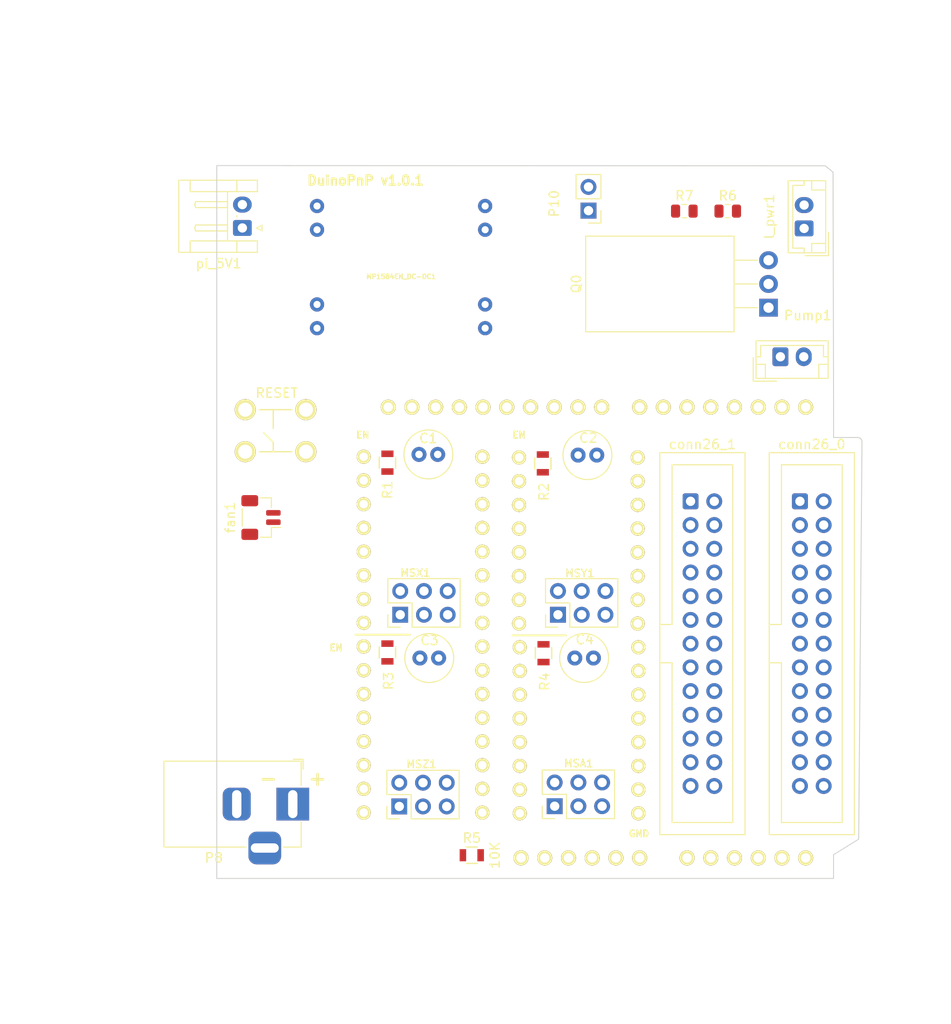
<source format=kicad_pcb>
(kicad_pcb (version 20171130) (host pcbnew 5.1.6-c6e7f7d~87~ubuntu20.04.1)

  (general
    (thickness 1.6)
    (drawings 32)
    (tracks 0)
    (zones 0)
    (modules 31)
    (nets 69)
  )

  (page A4)
  (layers
    (0 F.Cu signal)
    (31 B.Cu signal)
    (32 B.Adhes user)
    (33 F.Adhes user)
    (34 B.Paste user)
    (35 F.Paste user)
    (36 B.SilkS user)
    (37 F.SilkS user)
    (38 B.Mask user)
    (39 F.Mask user)
    (40 Dwgs.User user)
    (41 Cmts.User user)
    (42 Eco1.User user)
    (43 Eco2.User user)
    (44 Edge.Cuts user)
    (45 Margin user)
    (46 B.CrtYd user)
    (47 F.CrtYd user)
    (48 B.Fab user)
    (49 F.Fab user)
  )

  (setup
    (last_trace_width 0.25)
    (trace_clearance 0.2)
    (zone_clearance 0.508)
    (zone_45_only no)
    (trace_min 0.007874)
    (via_size 0.6)
    (via_drill 0.4)
    (via_min_size 0.015748)
    (via_min_drill 0.3)
    (uvia_size 0.3)
    (uvia_drill 0.1)
    (uvias_allowed no)
    (uvia_min_size 0.007874)
    (uvia_min_drill 0.1)
    (edge_width 0.1)
    (segment_width 0.2)
    (pcb_text_width 0.3)
    (pcb_text_size 1.5 1.5)
    (mod_edge_width 0.15)
    (mod_text_size 1 1)
    (mod_text_width 0.15)
    (pad_size 3.5 3.5)
    (pad_drill 3)
    (pad_to_mask_clearance 0)
    (aux_axis_origin 0 0)
    (grid_origin 114.3 119.38)
    (visible_elements 7FFFFF7F)
    (pcbplotparams
      (layerselection 0x010fc_ffffffff)
      (usegerberextensions true)
      (usegerberattributes true)
      (usegerberadvancedattributes true)
      (creategerberjobfile true)
      (excludeedgelayer true)
      (linewidth 0.100000)
      (plotframeref false)
      (viasonmask false)
      (mode 1)
      (useauxorigin false)
      (hpglpennumber 1)
      (hpglpenspeed 20)
      (hpglpendiameter 15.000000)
      (psnegative false)
      (psa4output false)
      (plotreference true)
      (plotvalue true)
      (plotinvisibletext false)
      (padsonsilk false)
      (subtractmaskfromsilk true)
      (outputformat 1)
      (mirror false)
      (drillshape 0)
      (scaleselection 1)
      (outputdirectory "../gerbers/"))
  )

  (net 0 "")
  (net 1 RESET)
  (net 2 "Net-(U2-Pad5)")
  (net 3 "Net-(U3-Pad5)")
  (net 4 "Net-(U4-Pad5)")
  (net 5 "Net-(U5-Pad5)")
  (net 6 +5V)
  (net 7 GND)
  (net 8 EN)
  (net 9 XSTEP)
  (net 10 XDIR)
  (net 11 VIN)
  (net 12 YSTEP)
  (net 13 YDIR)
  (net 14 ZSTEP)
  (net 15 ZDIR)
  (net 16 ZLIMIT)
  (net 17 YLIMIT)
  (net 18 XLIMIT)
  (net 19 SPIN_DIR)
  (net 20 SPIN_EN)
  (net 21 +3V3)
  (net 22 GNDA)
  (net 23 "Net-(U1-Pad23)")
  (net 24 "Net-(U1-Pad16)")
  (net 25 VIN_)
  (net 26 _SCL_)
  (net 27 _SDA_)
  (net 28 DC)
  (net 29 res)
  (net 30 /D)
  (net 31 /G)
  (net 32 B_led)
  (net 33 O_led)
  (net 34 O_sig)
  (net 35 5V_pi)
  (net 36 y2B)
  (net 37 x2B)
  (net 38 y2A)
  (net 39 x2A)
  (net 40 y1A)
  (net 41 x1A)
  (net 42 y1B)
  (net 43 x1B)
  (net 44 a2B)
  (net 45 z2B)
  (net 46 a2A)
  (net 47 z2A)
  (net 48 a1A)
  (net 49 z1A)
  (net 50 a1B)
  (net 51 z1B)
  (net 52 "Net-(conn26_1-Pad25)")
  (net 53 "Net-(conn26_1-Pad26)")
  (net 54 "Net-(MSA1-Pad2)")
  (net 55 "Net-(MSA1-Pad4)")
  (net 56 "Net-(MSA1-Pad6)")
  (net 57 "Net-(MSX1-Pad6)")
  (net 58 "Net-(MSX1-Pad4)")
  (net 59 "Net-(MSX1-Pad2)")
  (net 60 "Net-(MSY1-Pad2)")
  (net 61 "Net-(MSY1-Pad4)")
  (net 62 "Net-(MSY1-Pad6)")
  (net 63 "Net-(MSZ1-Pad6)")
  (net 64 "Net-(MSZ1-Pad4)")
  (net 65 "Net-(MSZ1-Pad2)")
  (net 66 B_sig)
  (net 67 pump_ctrl)
  (net 68 up_light)

  (net_class Default "This is the default net class."
    (clearance 0.2)
    (trace_width 0.25)
    (via_dia 0.6)
    (via_drill 0.4)
    (uvia_dia 0.3)
    (uvia_drill 0.1)
    (add_net +3V3)
    (add_net /D)
    (add_net /G)
    (add_net B_led)
    (add_net B_sig)
    (add_net DC)
    (add_net EN)
    (add_net "Net-(MSA1-Pad2)")
    (add_net "Net-(MSA1-Pad4)")
    (add_net "Net-(MSA1-Pad6)")
    (add_net "Net-(MSX1-Pad2)")
    (add_net "Net-(MSX1-Pad4)")
    (add_net "Net-(MSX1-Pad6)")
    (add_net "Net-(MSY1-Pad2)")
    (add_net "Net-(MSY1-Pad4)")
    (add_net "Net-(MSY1-Pad6)")
    (add_net "Net-(MSZ1-Pad2)")
    (add_net "Net-(MSZ1-Pad4)")
    (add_net "Net-(MSZ1-Pad6)")
    (add_net "Net-(U1-Pad16)")
    (add_net "Net-(U1-Pad23)")
    (add_net "Net-(U2-Pad5)")
    (add_net "Net-(U3-Pad5)")
    (add_net "Net-(U4-Pad5)")
    (add_net "Net-(U5-Pad5)")
    (add_net "Net-(conn26_1-Pad25)")
    (add_net "Net-(conn26_1-Pad26)")
    (add_net O_led)
    (add_net O_sig)
    (add_net RESET)
    (add_net SPIN_DIR)
    (add_net SPIN_EN)
    (add_net XDIR)
    (add_net XLIMIT)
    (add_net XSTEP)
    (add_net YDIR)
    (add_net YLIMIT)
    (add_net YSTEP)
    (add_net ZDIR)
    (add_net ZLIMIT)
    (add_net ZSTEP)
    (add_net _SCL_)
    (add_net _SDA_)
    (add_net pump_ctrl)
    (add_net res)
    (add_net up_light)
  )

  (net_class 5V ""
    (clearance 0.2)
    (trace_width 0.7)
    (via_dia 0.6)
    (via_drill 0.4)
    (uvia_dia 0.3)
    (uvia_drill 0.1)
    (add_net +5V)
    (add_net VIN)
    (add_net VIN_)
  )

  (net_class 5V_pi ""
    (clearance 0.2)
    (trace_width 0.7)
    (via_dia 0.6)
    (via_drill 0.4)
    (uvia_dia 0.3)
    (uvia_drill 0.1)
    (add_net 5V_pi)
  )

  (net_class DRV ""
    (clearance 0.2)
    (trace_width 0.7)
    (via_dia 0.6)
    (via_drill 0.4)
    (uvia_dia 0.3)
    (uvia_drill 0.1)
  )

  (net_class GND ""
    (clearance 0.2)
    (trace_width 0.7)
    (via_dia 0.6)
    (via_drill 0.4)
    (uvia_dia 0.3)
    (uvia_drill 0.1)
    (add_net GND)
    (add_net GNDA)
  )

  (net_class POWER ""
    (clearance 0.2)
    (trace_width 0.8)
    (via_dia 0.6)
    (via_drill 0.4)
    (uvia_dia 0.3)
    (uvia_drill 0.1)
  )

  (net_class mot ""
    (clearance 0.2)
    (trace_width 0.5)
    (via_dia 0.6)
    (via_drill 0.4)
    (uvia_dia 0.3)
    (uvia_drill 0.1)
    (add_net a1A)
    (add_net a1B)
    (add_net a2A)
    (add_net a2B)
    (add_net x1A)
    (add_net x1B)
    (add_net x2A)
    (add_net x2B)
    (add_net y1A)
    (add_net y1B)
    (add_net y2A)
    (add_net y2B)
    (add_net z1A)
    (add_net z1B)
    (add_net z2A)
    (add_net z2B)
  )

  (module Connector_IDC:IDC-Header_2x13_P2.54mm_Vertical (layer F.Cu) (tedit 617E9726) (tstamp 617ED8DB)
    (at 176.743 79)
    (descr "Through hole IDC box header, 2x13, 2.54mm pitch, DIN 41651 / IEC 60603-13, double rows, https://docs.google.com/spreadsheets/d/16SsEcesNF15N3Lb4niX7dcUr-NY5_MFPQhobNuNppn4/edit#gid=0")
    (tags "Through hole vertical IDC box header THT 2x13 2.54mm double row")
    (path /62832241)
    (fp_text reference conn26_0 (at 1.27 -6.1) (layer F.SilkS)
      (effects (font (size 1 1) (thickness 0.15)))
    )
    (fp_text value 0 (at 1.27 36.58) (layer F.Fab)
      (effects (font (size 1 1) (thickness 0.15)))
    )
    (fp_line (start -3.18 -4.1) (end -2.18 -5.1) (layer F.Fab) (width 0.1))
    (fp_line (start -2.18 -5.1) (end 5.72 -5.1) (layer F.Fab) (width 0.1))
    (fp_line (start 5.72 -5.1) (end 5.72 35.58) (layer F.Fab) (width 0.1))
    (fp_line (start 5.72 35.58) (end -3.18 35.58) (layer F.Fab) (width 0.1))
    (fp_line (start -3.18 35.58) (end -3.18 -4.1) (layer F.Fab) (width 0.1))
    (fp_line (start -3.18 13.19) (end -1.98 13.19) (layer F.Fab) (width 0.1))
    (fp_line (start -1.98 13.19) (end -1.98 -3.91) (layer F.Fab) (width 0.1))
    (fp_line (start -1.98 -3.91) (end 4.52 -3.91) (layer F.Fab) (width 0.1))
    (fp_line (start 4.52 -3.91) (end 4.52 34.39) (layer F.Fab) (width 0.1))
    (fp_line (start 4.52 34.39) (end -1.98 34.39) (layer F.Fab) (width 0.1))
    (fp_line (start -1.98 34.39) (end -1.98 17.29) (layer F.Fab) (width 0.1))
    (fp_line (start -1.98 17.29) (end -1.98 17.29) (layer F.Fab) (width 0.1))
    (fp_line (start -1.98 17.29) (end -3.18 17.29) (layer F.Fab) (width 0.1))
    (fp_line (start -3.29 -5.21) (end 5.83 -5.21) (layer F.SilkS) (width 0.12))
    (fp_line (start 5.83 -5.21) (end 5.83 35.69) (layer F.SilkS) (width 0.12))
    (fp_line (start 5.83 35.69) (end -3.29 35.69) (layer F.SilkS) (width 0.12))
    (fp_line (start -3.29 35.69) (end -3.29 -5.21) (layer F.SilkS) (width 0.12))
    (fp_line (start -3.29 13.19) (end -1.98 13.19) (layer F.SilkS) (width 0.12))
    (fp_line (start -1.98 13.19) (end -1.98 -3.91) (layer F.SilkS) (width 0.12))
    (fp_line (start -1.98 -3.91) (end 4.52 -3.91) (layer F.SilkS) (width 0.12))
    (fp_line (start 4.52 -3.91) (end 4.52 34.39) (layer F.SilkS) (width 0.12))
    (fp_line (start 4.52 34.39) (end -1.98 34.39) (layer F.SilkS) (width 0.12))
    (fp_line (start -1.98 34.39) (end -1.98 17.29) (layer F.SilkS) (width 0.12))
    (fp_line (start -1.98 17.29) (end -1.98 17.29) (layer F.SilkS) (width 0.12))
    (fp_line (start -1.98 17.29) (end -3.29 17.29) (layer F.SilkS) (width 0.12))
    (fp_line (start -3.68 -5.6) (end -3.68 36.08) (layer F.CrtYd) (width 0.05))
    (fp_line (start -3.68 36.08) (end 6.22 36.08) (layer F.CrtYd) (width 0.05))
    (fp_line (start 6.22 36.08) (end 6.22 -5.6) (layer F.CrtYd) (width 0.05))
    (fp_line (start 6.22 -5.6) (end -3.68 -5.6) (layer F.CrtYd) (width 0.05))
    (fp_text user %R (at 1.27 15.24 90) (layer F.Fab)
      (effects (font (size 1 1) (thickness 0.15)))
    )
    (pad 26 thru_hole circle (at 2.54 30.48) (size 1.7 1.7) (drill 1) (layers *.Cu *.Mask)
      (net 7 GND))
    (pad 24 thru_hole circle (at 2.54 27.94) (size 1.7 1.7) (drill 1) (layers *.Cu *.Mask)
      (net 7 GND))
    (pad 22 thru_hole circle (at 2.54 25.4) (size 1.7 1.7) (drill 1) (layers *.Cu *.Mask)
      (net 7 GND))
    (pad 20 thru_hole circle (at 2.54 22.86) (size 1.7 1.7) (drill 1) (layers *.Cu *.Mask)
      (net 7 GND))
    (pad 18 thru_hole circle (at 2.54 20.32) (size 1.7 1.7) (drill 1) (layers *.Cu *.Mask)
      (net 7 GND))
    (pad 16 thru_hole circle (at 2.54 17.78) (size 1.7 1.7) (drill 1) (layers *.Cu *.Mask)
      (net 7 GND))
    (pad 14 thru_hole circle (at 2.54 15.24) (size 1.7 1.7) (drill 1) (layers *.Cu *.Mask)
      (net 7 GND))
    (pad 12 thru_hole circle (at 2.54 12.7) (size 1.7 1.7) (drill 1) (layers *.Cu *.Mask)
      (net 7 GND))
    (pad 10 thru_hole circle (at 2.54 10.16) (size 1.7 1.7) (drill 1) (layers *.Cu *.Mask)
      (net 7 GND))
    (pad 8 thru_hole circle (at 2.54 7.62) (size 1.7 1.7) (drill 1) (layers *.Cu *.Mask)
      (net 7 GND))
    (pad 6 thru_hole circle (at 2.54 5.08) (size 1.7 1.7) (drill 1) (layers *.Cu *.Mask)
      (net 7 GND))
    (pad 4 thru_hole circle (at 2.54 2.54) (size 1.7 1.7) (drill 1) (layers *.Cu *.Mask)
      (net 7 GND))
    (pad 2 thru_hole circle (at 2.54 0) (size 1.7 1.7) (drill 1) (layers *.Cu *.Mask)
      (net 7 GND))
    (pad 25 thru_hole circle (at 0 30.48) (size 1.7 1.7) (drill 1) (layers *.Cu *.Mask)
      (net 1 RESET))
    (pad 23 thru_hole circle (at 0 27.94) (size 1.7 1.7) (drill 1) (layers *.Cu *.Mask)
      (net 32 B_led))
    (pad 21 thru_hole circle (at 0 25.4) (size 1.7 1.7) (drill 1) (layers *.Cu *.Mask)
      (net 34 O_sig))
    (pad 19 thru_hole circle (at 0 22.86) (size 1.7 1.7) (drill 1) (layers *.Cu *.Mask)
      (net 33 O_led))
    (pad 17 thru_hole circle (at 0 20.32) (size 1.7 1.7) (drill 1) (layers *.Cu *.Mask)
      (net 68 up_light))
    (pad 15 thru_hole circle (at 0 17.78) (size 1.7 1.7) (drill 1) (layers *.Cu *.Mask)
      (net 66 B_sig))
    (pad 13 thru_hole circle (at 0 15.24) (size 1.7 1.7) (drill 1) (layers *.Cu *.Mask)
      (net 20 SPIN_EN))
    (pad 11 thru_hole circle (at 0 12.7) (size 1.7 1.7) (drill 1) (layers *.Cu *.Mask)
      (net 18 XLIMIT))
    (pad 9 thru_hole circle (at 0 10.16) (size 1.7 1.7) (drill 1) (layers *.Cu *.Mask)
      (net 18 XLIMIT))
    (pad 7 thru_hole circle (at 0 7.62) (size 1.7 1.7) (drill 1) (layers *.Cu *.Mask)
      (net 17 YLIMIT))
    (pad 5 thru_hole circle (at 0 5.08) (size 1.7 1.7) (drill 1) (layers *.Cu *.Mask)
      (net 17 YLIMIT))
    (pad 3 thru_hole circle (at 0 2.54) (size 1.7 1.7) (drill 1) (layers *.Cu *.Mask)
      (net 16 ZLIMIT))
    (pad 1 thru_hole roundrect (at 0 0) (size 1.7 1.7) (drill 1) (layers *.Cu *.Mask) (roundrect_rratio 0.147059)
      (net 16 ZLIMIT))
    (model ${KISYS3DMOD}/Connector_IDC.3dshapes/IDC-Header_2x13_P2.54mm_Vertical.wrl
      (at (xyz 0 0 0))
      (scale (xyz 1 1 1))
      (rotate (xyz 0 0 0))
    )
  )

  (module Connector_IDC:IDC-Header_2x13_P2.54mm_Vertical (layer F.Cu) (tedit 617E970D) (tstamp 617ED919)
    (at 165.03 79)
    (descr "Through hole IDC box header, 2x13, 2.54mm pitch, DIN 41651 / IEC 60603-13, double rows, https://docs.google.com/spreadsheets/d/16SsEcesNF15N3Lb4niX7dcUr-NY5_MFPQhobNuNppn4/edit#gid=0")
    (tags "Through hole vertical IDC box header THT 2x13 2.54mm double row")
    (path /6247C6E2)
    (fp_text reference conn26_1 (at 1.27 -6.1) (layer F.SilkS)
      (effects (font (size 1 1) (thickness 0.15)))
    )
    (fp_text value 1 (at 1.27 36.58) (layer F.Fab)
      (effects (font (size 1 1) (thickness 0.15)))
    )
    (fp_line (start 6.22 -5.6) (end -3.68 -5.6) (layer F.CrtYd) (width 0.05))
    (fp_line (start 6.22 36.08) (end 6.22 -5.6) (layer F.CrtYd) (width 0.05))
    (fp_line (start -3.68 36.08) (end 6.22 36.08) (layer F.CrtYd) (width 0.05))
    (fp_line (start -3.68 -5.6) (end -3.68 36.08) (layer F.CrtYd) (width 0.05))
    (fp_line (start -1.98 17.29) (end -3.29 17.29) (layer F.SilkS) (width 0.12))
    (fp_line (start -1.98 17.29) (end -1.98 17.29) (layer F.SilkS) (width 0.12))
    (fp_line (start -1.98 34.39) (end -1.98 17.29) (layer F.SilkS) (width 0.12))
    (fp_line (start 4.52 34.39) (end -1.98 34.39) (layer F.SilkS) (width 0.12))
    (fp_line (start 4.52 -3.91) (end 4.52 34.39) (layer F.SilkS) (width 0.12))
    (fp_line (start -1.98 -3.91) (end 4.52 -3.91) (layer F.SilkS) (width 0.12))
    (fp_line (start -1.98 13.19) (end -1.98 -3.91) (layer F.SilkS) (width 0.12))
    (fp_line (start -3.29 13.19) (end -1.98 13.19) (layer F.SilkS) (width 0.12))
    (fp_line (start -3.29 35.69) (end -3.29 -5.21) (layer F.SilkS) (width 0.12))
    (fp_line (start 5.83 35.69) (end -3.29 35.69) (layer F.SilkS) (width 0.12))
    (fp_line (start 5.83 -5.21) (end 5.83 35.69) (layer F.SilkS) (width 0.12))
    (fp_line (start -3.29 -5.21) (end 5.83 -5.21) (layer F.SilkS) (width 0.12))
    (fp_line (start -1.98 17.29) (end -3.18 17.29) (layer F.Fab) (width 0.1))
    (fp_line (start -1.98 17.29) (end -1.98 17.29) (layer F.Fab) (width 0.1))
    (fp_line (start -1.98 34.39) (end -1.98 17.29) (layer F.Fab) (width 0.1))
    (fp_line (start 4.52 34.39) (end -1.98 34.39) (layer F.Fab) (width 0.1))
    (fp_line (start 4.52 -3.91) (end 4.52 34.39) (layer F.Fab) (width 0.1))
    (fp_line (start -1.98 -3.91) (end 4.52 -3.91) (layer F.Fab) (width 0.1))
    (fp_line (start -1.98 13.19) (end -1.98 -3.91) (layer F.Fab) (width 0.1))
    (fp_line (start -3.18 13.19) (end -1.98 13.19) (layer F.Fab) (width 0.1))
    (fp_line (start -3.18 35.58) (end -3.18 -4.1) (layer F.Fab) (width 0.1))
    (fp_line (start 5.72 35.58) (end -3.18 35.58) (layer F.Fab) (width 0.1))
    (fp_line (start 5.72 -5.1) (end 5.72 35.58) (layer F.Fab) (width 0.1))
    (fp_line (start -2.18 -5.1) (end 5.72 -5.1) (layer F.Fab) (width 0.1))
    (fp_line (start -3.18 -4.1) (end -2.18 -5.1) (layer F.Fab) (width 0.1))
    (fp_text user %R (at 1.27 15.24 90) (layer F.Fab)
      (effects (font (size 1 1) (thickness 0.15)))
    )
    (pad 1 thru_hole roundrect (at 0 0) (size 1.7 1.7) (drill 1) (layers *.Cu *.Mask) (roundrect_rratio 0.147059)
      (net 6 +5V))
    (pad 3 thru_hole circle (at 0 2.54) (size 1.7 1.7) (drill 1) (layers *.Cu *.Mask)
      (net 26 _SCL_))
    (pad 5 thru_hole circle (at 0 5.08) (size 1.7 1.7) (drill 1) (layers *.Cu *.Mask)
      (net 6 +5V))
    (pad 7 thru_hole circle (at 0 7.62) (size 1.7 1.7) (drill 1) (layers *.Cu *.Mask)
      (net 29 res))
    (pad 9 thru_hole circle (at 0 10.16) (size 1.7 1.7) (drill 1) (layers *.Cu *.Mask)
      (net 36 y2B))
    (pad 11 thru_hole circle (at 0 12.7) (size 1.7 1.7) (drill 1) (layers *.Cu *.Mask)
      (net 38 y2A))
    (pad 13 thru_hole circle (at 0 15.24) (size 1.7 1.7) (drill 1) (layers *.Cu *.Mask)
      (net 40 y1A))
    (pad 15 thru_hole circle (at 0 17.78) (size 1.7 1.7) (drill 1) (layers *.Cu *.Mask)
      (net 42 y1B))
    (pad 17 thru_hole circle (at 0 20.32) (size 1.7 1.7) (drill 1) (layers *.Cu *.Mask)
      (net 44 a2B))
    (pad 19 thru_hole circle (at 0 22.86) (size 1.7 1.7) (drill 1) (layers *.Cu *.Mask)
      (net 46 a2A))
    (pad 21 thru_hole circle (at 0 25.4) (size 1.7 1.7) (drill 1) (layers *.Cu *.Mask)
      (net 48 a1A))
    (pad 23 thru_hole circle (at 0 27.94) (size 1.7 1.7) (drill 1) (layers *.Cu *.Mask)
      (net 50 a1B))
    (pad 25 thru_hole circle (at 0 30.48) (size 1.7 1.7) (drill 1) (layers *.Cu *.Mask)
      (net 52 "Net-(conn26_1-Pad25)"))
    (pad 2 thru_hole circle (at 2.54 0) (size 1.7 1.7) (drill 1) (layers *.Cu *.Mask)
      (net 7 GND))
    (pad 4 thru_hole circle (at 2.54 2.54) (size 1.7 1.7) (drill 1) (layers *.Cu *.Mask)
      (net 27 _SDA_))
    (pad 6 thru_hole circle (at 2.54 5.08) (size 1.7 1.7) (drill 1) (layers *.Cu *.Mask)
      (net 28 DC))
    (pad 8 thru_hole circle (at 2.54 7.62) (size 1.7 1.7) (drill 1) (layers *.Cu *.Mask)
      (net 7 GND))
    (pad 10 thru_hole circle (at 2.54 10.16) (size 1.7 1.7) (drill 1) (layers *.Cu *.Mask)
      (net 37 x2B))
    (pad 12 thru_hole circle (at 2.54 12.7) (size 1.7 1.7) (drill 1) (layers *.Cu *.Mask)
      (net 39 x2A))
    (pad 14 thru_hole circle (at 2.54 15.24) (size 1.7 1.7) (drill 1) (layers *.Cu *.Mask)
      (net 41 x1A))
    (pad 16 thru_hole circle (at 2.54 17.78) (size 1.7 1.7) (drill 1) (layers *.Cu *.Mask)
      (net 43 x1B))
    (pad 18 thru_hole circle (at 2.54 20.32) (size 1.7 1.7) (drill 1) (layers *.Cu *.Mask)
      (net 45 z2B))
    (pad 20 thru_hole circle (at 2.54 22.86) (size 1.7 1.7) (drill 1) (layers *.Cu *.Mask)
      (net 47 z2A))
    (pad 22 thru_hole circle (at 2.54 25.4) (size 1.7 1.7) (drill 1) (layers *.Cu *.Mask)
      (net 49 z1A))
    (pad 24 thru_hole circle (at 2.54 27.94) (size 1.7 1.7) (drill 1) (layers *.Cu *.Mask)
      (net 51 z1B))
    (pad 26 thru_hole circle (at 2.54 30.48) (size 1.7 1.7) (drill 1) (layers *.Cu *.Mask)
      (net 53 "Net-(conn26_1-Pad26)"))
    (model ${KISYS3DMOD}/Connector_IDC.3dshapes/IDC-Header_2x13_P2.54mm_Vertical.wrl
      (at (xyz 0 0 0))
      (scale (xyz 1 1 1))
      (rotate (xyz 0 0 0))
    )
  )

  (module Package_TO_SOT_THT:TO-220-3_Horizontal_TabDown (layer F.Cu) (tedit 617E64D4) (tstamp 61736831)
    (at 173.38 58.2676 90)
    (descr "TO-220-3, Horizontal, RM 2.54mm, see https://www.vishay.com/docs/66542/to-220-1.pdf")
    (tags "TO-220-3 Horizontal RM 2.54mm")
    (path /61840DF5)
    (fp_text reference Q0 (at 2.54 -20.58 90) (layer F.SilkS)
      (effects (font (size 1 1) (thickness 0.15)))
    )
    (fp_text value IRF630 (at 2.54 2 90) (layer F.Fab)
      (effects (font (size 1 1) (thickness 0.15)))
    )
    (fp_circle (center 2.54 -16.66) (end 4.39 -16.66) (layer F.Fab) (width 0.1))
    (fp_line (start -2.46 -13.06) (end -2.46 -19.46) (layer F.Fab) (width 0.1))
    (fp_line (start -2.46 -19.46) (end 7.54 -19.46) (layer F.Fab) (width 0.1))
    (fp_line (start 7.54 -19.46) (end 7.54 -13.06) (layer F.Fab) (width 0.1))
    (fp_line (start 7.54 -13.06) (end -2.46 -13.06) (layer F.Fab) (width 0.1))
    (fp_line (start -2.46 -3.81) (end -2.46 -13.06) (layer F.Fab) (width 0.1))
    (fp_line (start -2.46 -13.06) (end 7.54 -13.06) (layer F.Fab) (width 0.1))
    (fp_line (start 7.54 -13.06) (end 7.54 -3.81) (layer F.Fab) (width 0.1))
    (fp_line (start 7.54 -3.81) (end -2.46 -3.81) (layer F.Fab) (width 0.1))
    (fp_line (start 0 -3.81) (end 0 0) (layer F.Fab) (width 0.1))
    (fp_line (start 2.54 -3.81) (end 2.54 0) (layer F.Fab) (width 0.1))
    (fp_line (start 5.08 -3.81) (end 5.08 0) (layer F.Fab) (width 0.1))
    (fp_line (start -2.58 -3.69) (end 7.66 -3.69) (layer F.SilkS) (width 0.12))
    (fp_line (start -2.58 -19.58) (end 7.66 -19.58) (layer F.SilkS) (width 0.12))
    (fp_line (start -2.58 -19.58) (end -2.58 -3.69) (layer F.SilkS) (width 0.12))
    (fp_line (start 7.66 -19.58) (end 7.66 -3.69) (layer F.SilkS) (width 0.12))
    (fp_line (start 0 -3.69) (end 0 -1.15) (layer F.SilkS) (width 0.12))
    (fp_line (start 2.54 -3.69) (end 2.54 -1.15) (layer F.SilkS) (width 0.12))
    (fp_line (start 5.08 -3.69) (end 5.08 -1.15) (layer F.SilkS) (width 0.12))
    (fp_line (start -2.71 -19.71) (end -2.71 1.25) (layer F.CrtYd) (width 0.05))
    (fp_line (start -2.71 1.25) (end 7.79 1.25) (layer F.CrtYd) (width 0.05))
    (fp_line (start 7.79 1.25) (end 7.79 -19.71) (layer F.CrtYd) (width 0.05))
    (fp_line (start 7.79 -19.71) (end -2.71 -19.71) (layer F.CrtYd) (width 0.05))
    (fp_text user %R (at 2.54 -20.58 90) (layer F.Fab)
      (effects (font (size 1 1) (thickness 0.15)))
    )
    (pad "" np_thru_hole oval (at 2.54 -16.66 90) (size 3.5 3.5) (drill 3.5) (layers *.Cu *.Mask))
    (pad 2 thru_hole rect (at 0 0 90) (size 1.905 2) (drill 1.1) (layers *.Cu *.Mask)
      (net 31 /G))
    (pad 1 thru_hole oval (at 2.54 0 90) (size 1.905 2) (drill 1.1) (layers *.Cu *.Mask)
      (net 30 /D))
    (pad 3 thru_hole oval (at 5.08 0 90) (size 1.905 2) (drill 1.1) (layers *.Cu *.Mask)
      (net 7 GND))
    (model ${KISYS3DMOD}/Package_TO_SOT_THT.3dshapes/TO-220-3_Horizontal_TabDown.wrl
      (at (xyz 0 0 0))
      (scale (xyz 1 1 1))
      (rotate (xyz 0 0 0))
    )
  )

  (module Connector_JST:JST_EH_S2B-EH_1x02_P2.50mm_Horizontal (layer F.Cu) (tedit 6175B881) (tstamp 6175C6C3)
    (at 117.04 49.7332 90)
    (descr "JST EH series connector, S2B-EH (http://www.jst-mfg.com/product/pdf/eng/eEH.pdf), generated with kicad-footprint-generator")
    (tags "connector JST EH horizontal")
    (path /61EF5DE4)
    (fp_text reference pi_5V1 (at -3.81 -2.54) (layer F.SilkS)
      (effects (font (size 1 1) (thickness 0.15)))
    )
    (fp_text value Conn_01x02 (at 1.25 2.7 90) (layer F.Fab)
      (effects (font (size 1 1) (thickness 0.15)))
    )
    (fp_line (start -1.5 -0.7) (end -1.5 1.5) (layer F.Fab) (width 0.1))
    (fp_line (start -1.5 1.5) (end -2.5 1.5) (layer F.Fab) (width 0.1))
    (fp_line (start -2.5 1.5) (end -2.5 -6.7) (layer F.Fab) (width 0.1))
    (fp_line (start -2.5 -6.7) (end 5 -6.7) (layer F.Fab) (width 0.1))
    (fp_line (start 5 -6.7) (end 5 1.5) (layer F.Fab) (width 0.1))
    (fp_line (start 5 1.5) (end 4 1.5) (layer F.Fab) (width 0.1))
    (fp_line (start 4 1.5) (end 4 -0.7) (layer F.Fab) (width 0.1))
    (fp_line (start 4 -0.7) (end -1.5 -0.7) (layer F.Fab) (width 0.1))
    (fp_line (start -3 -7.2) (end -3 2) (layer F.CrtYd) (width 0.05))
    (fp_line (start -3 2) (end 5.5 2) (layer F.CrtYd) (width 0.05))
    (fp_line (start 5.5 2) (end 5.5 -7.2) (layer F.CrtYd) (width 0.05))
    (fp_line (start 5.5 -7.2) (end -3 -7.2) (layer F.CrtYd) (width 0.05))
    (fp_line (start -1.39 -0.59) (end -1.39 1.61) (layer F.SilkS) (width 0.12))
    (fp_line (start -1.39 1.61) (end -2.61 1.61) (layer F.SilkS) (width 0.12))
    (fp_line (start -2.61 1.61) (end -2.61 -6.81) (layer F.SilkS) (width 0.12))
    (fp_line (start -2.61 -6.81) (end 5.11 -6.81) (layer F.SilkS) (width 0.12))
    (fp_line (start 5.11 -6.81) (end 5.11 1.61) (layer F.SilkS) (width 0.12))
    (fp_line (start 5.11 1.61) (end 3.89 1.61) (layer F.SilkS) (width 0.12))
    (fp_line (start 3.89 1.61) (end 3.89 -0.59) (layer F.SilkS) (width 0.12))
    (fp_line (start -2.61 -5.59) (end -1.39 -5.59) (layer F.SilkS) (width 0.12))
    (fp_line (start -1.39 -5.59) (end -1.39 -0.59) (layer F.SilkS) (width 0.12))
    (fp_line (start -1.39 -0.59) (end -2.61 -0.59) (layer F.SilkS) (width 0.12))
    (fp_line (start 5.11 -5.59) (end 3.89 -5.59) (layer F.SilkS) (width 0.12))
    (fp_line (start 3.89 -5.59) (end 3.89 -0.59) (layer F.SilkS) (width 0.12))
    (fp_line (start 3.89 -0.59) (end 5.11 -0.59) (layer F.SilkS) (width 0.12))
    (fp_line (start -1.39 -1.59) (end 3.89 -1.59) (layer F.SilkS) (width 0.12))
    (fp_line (start 0 -1.59) (end -0.32 -1.59) (layer F.SilkS) (width 0.12))
    (fp_line (start -0.32 -1.59) (end -0.32 -5.01) (layer F.SilkS) (width 0.12))
    (fp_line (start -0.32 -5.01) (end 0 -5.09) (layer F.SilkS) (width 0.12))
    (fp_line (start 0 -5.09) (end 0.32 -5.01) (layer F.SilkS) (width 0.12))
    (fp_line (start 0.32 -5.01) (end 0.32 -1.59) (layer F.SilkS) (width 0.12))
    (fp_line (start 0.32 -1.59) (end 0 -1.59) (layer F.SilkS) (width 0.12))
    (fp_line (start 1.17 -0.59) (end 1.33 -0.59) (layer F.SilkS) (width 0.12))
    (fp_line (start 2.5 -1.59) (end 2.18 -1.59) (layer F.SilkS) (width 0.12))
    (fp_line (start 2.18 -1.59) (end 2.18 -5.01) (layer F.SilkS) (width 0.12))
    (fp_line (start 2.18 -5.01) (end 2.5 -5.09) (layer F.SilkS) (width 0.12))
    (fp_line (start 2.5 -5.09) (end 2.82 -5.01) (layer F.SilkS) (width 0.12))
    (fp_line (start 2.82 -5.01) (end 2.82 -1.59) (layer F.SilkS) (width 0.12))
    (fp_line (start 2.82 -1.59) (end 2.5 -1.59) (layer F.SilkS) (width 0.12))
    (fp_line (start 0 1.5) (end -0.3 2.1) (layer F.SilkS) (width 0.12))
    (fp_line (start -0.3 2.1) (end 0.3 2.1) (layer F.SilkS) (width 0.12))
    (fp_line (start 0.3 2.1) (end 0 1.5) (layer F.SilkS) (width 0.12))
    (fp_line (start -0.5 -0.7) (end 0 -1.407107) (layer F.Fab) (width 0.1))
    (fp_line (start 0 -1.407107) (end 0.5 -0.7) (layer F.Fab) (width 0.1))
    (fp_text user %R (at 1.25 -2.6 90) (layer F.Fab)
      (effects (font (size 1 1) (thickness 0.15)))
    )
    (pad 1 thru_hole roundrect (at 0 0 90) (size 1.7 2) (drill 1) (layers *.Cu *.Mask) (roundrect_rratio 0.147059)
      (net 7 GND))
    (pad 2 thru_hole oval (at 2.5 0 90) (size 1.7 2) (drill 1) (layers *.Cu *.Mask)
      (net 35 5V_pi))
    (model ${KISYS3DMOD}/Connector_JST.3dshapes/JST_EH_S2B-EH_1x02_P2.50mm_Horizontal.wrl
      (at (xyz 0 0 0))
      (scale (xyz 1 1 1))
      (rotate (xyz 0 0 0))
    )
  )

  (module footprints:ARDUINO_SHIELD (layer F.Cu) (tedit 6172B0E7) (tstamp 570BE9E9)
    (at 113.858 119.72)
    (path /56463A4A)
    (fp_text reference U1 (at 5.715 -57.15) (layer F.SilkS) hide
      (effects (font (size 1.524 1.524) (thickness 0.3048)))
    )
    (fp_text value "ARDUINO_UNO_SHIELD/hi five revb" (at 10.16 -54.61) (layer F.SilkS) hide
      (effects (font (size 1.524 1.524) (thickness 0.3048)))
    )
    (pad 17 thru_hole circle (at 63.5 -2.54 90) (size 1.61 1.61) (drill 1) (layers *.Cu *.Mask F.SilkS)
      (net 66 B_sig))
    (pad 18 thru_hole circle (at 60.96 -2.54 90) (size 1.61 1.61) (drill 1) (layers *.Cu *.Mask F.SilkS)
      (net 67 pump_ctrl))
    (pad 19 thru_hole circle (at 58.42 -2.54 90) (size 1.61 1.61) (drill 1) (layers *.Cu *.Mask F.SilkS)
      (net 68 up_light))
    (pad 22 thru_hole circle (at 50.8 -2.54 90) (size 1.61 1.61) (drill 1) (layers *.Cu *.Mask F.SilkS)
      (net 33 O_led))
    (pad 21 thru_hole circle (at 53.34 -2.54 90) (size 1.61 1.61) (drill 1) (layers *.Cu *.Mask F.SilkS)
      (net 34 O_sig))
    (pad 20 thru_hole circle (at 55.88 -2.54 90) (size 1.61 1.61) (drill 1) (layers *.Cu *.Mask F.SilkS)
      (net 32 B_led))
    (pad 23 thru_hole circle (at 45.72 -2.54 90) (size 1.61 1.61) (drill 1) (layers *.Cu *.Mask F.SilkS)
      (net 23 "Net-(U1-Pad23)"))
    (pad 24 thru_hole circle (at 43.18 -2.54 90) (size 1.61 1.61) (drill 1) (layers *.Cu *.Mask F.SilkS)
      (net 7 GND))
    (pad 25 thru_hole circle (at 40.64 -2.54 90) (size 1.61 1.61) (drill 1) (layers *.Cu *.Mask F.SilkS)
      (net 7 GND))
    (pad 27 thru_hole circle (at 35.56 -2.54 90) (size 1.61 1.61) (drill 1) (layers *.Cu *.Mask F.SilkS)
      (net 21 +3V3))
    (pad 28 thru_hole circle (at 33.02 -2.54 90) (size 1.61 1.61) (drill 1) (layers *.Cu *.Mask F.SilkS)
      (net 1 RESET))
    (pad 1 thru_hole circle (at 63.5 -50.8 90) (size 1.61 1.61) (drill 1) (layers *.Cu *.Mask F.SilkS)
      (net 28 DC))
    (pad 2 thru_hole circle (at 60.96 -50.8 90) (size 1.61 1.61) (drill 1) (layers *.Cu *.Mask F.SilkS)
      (net 29 res))
    (pad 3 thru_hole circle (at 58.42 -50.8 90) (size 1.61 1.61) (drill 1) (layers *.Cu *.Mask F.SilkS)
      (net 9 XSTEP))
    (pad 4 thru_hole circle (at 55.88 -50.8 90) (size 1.61 1.61) (drill 1) (layers *.Cu *.Mask F.SilkS)
      (net 12 YSTEP))
    (pad 5 thru_hole circle (at 53.34 -50.8 90) (size 1.61 1.61) (drill 1) (layers *.Cu *.Mask F.SilkS)
      (net 14 ZSTEP))
    (pad 6 thru_hole circle (at 50.8 -50.8 90) (size 1.61 1.61) (drill 1) (layers *.Cu *.Mask F.SilkS)
      (net 10 XDIR))
    (pad 7 thru_hole circle (at 48.26 -50.8 90) (size 1.61 1.61) (drill 1) (layers *.Cu *.Mask F.SilkS)
      (net 13 YDIR))
    (pad 8 thru_hole circle (at 45.72 -50.8 90) (size 1.61 1.61) (drill 1) (layers *.Cu *.Mask F.SilkS)
      (net 15 ZDIR))
    (pad 9 thru_hole circle (at 41.656 -50.8 90) (size 1.61 1.61) (drill 1) (layers *.Cu *.Mask F.SilkS)
      (net 8 EN))
    (pad 10 thru_hole circle (at 39.116 -50.8 90) (size 1.61 1.61) (drill 1) (layers *.Cu *.Mask F.SilkS)
      (net 18 XLIMIT))
    (pad 11 thru_hole circle (at 36.576 -50.8 90) (size 1.61 1.61) (drill 1) (layers *.Cu *.Mask F.SilkS)
      (net 17 YLIMIT))
    (pad 12 thru_hole circle (at 34.036 -50.8 90) (size 1.61 1.61) (drill 1) (layers *.Cu *.Mask F.SilkS)
      (net 20 SPIN_EN))
    (pad 13 thru_hole circle (at 31.496 -50.8 90) (size 1.61 1.61) (drill 1) (layers *.Cu *.Mask F.SilkS)
      (net 16 ZLIMIT))
    (pad 14 thru_hole circle (at 28.956 -50.8 90) (size 1.61 1.61) (drill 1) (layers *.Cu *.Mask F.SilkS)
      (net 19 SPIN_DIR))
    (pad 15 thru_hole circle (at 26.416 -50.8 90) (size 1.61 1.61) (drill 1) (layers *.Cu *.Mask F.SilkS)
      (net 7 GND))
    (pad 16 thru_hole circle (at 23.876 -50.8 90) (size 1.61 1.61) (drill 1) (layers *.Cu *.Mask F.SilkS)
      (net 24 "Net-(U1-Pad16)"))
    (pad 26 thru_hole circle (at 38.1 -2.54 90) (size 1.61 1.61) (drill 1) (layers *.Cu *.Mask F.SilkS)
      (net 6 +5V))
    (pad 29 thru_hole circle (at 21.336 -50.8 90) (size 1.61 1.61) (drill 1) (layers *.Cu *.Mask F.SilkS)
      (net 27 _SDA_))
    (pad 30 thru_hole circle (at 18.796 -50.8 90) (size 1.61 1.61) (drill 1) (layers *.Cu *.Mask F.SilkS)
      (net 26 _SCL_))
  )

  (module footprints:SWITCH_TACTILE_6.5_PTH locked (layer F.Cu) (tedit 568ECE56) (tstamp 564DEF64)
    (at 117.348 73.6896)
    (path /564CBEF5)
    (fp_text reference SW1 (at 3.048 -2.286) (layer F.SilkS) hide
      (effects (font (size 1 1) (thickness 0.15)))
    )
    (fp_text value RESET (at 3.3655 -6.2865 180) (layer F.SilkS)
      (effects (font (size 1 1) (thickness 0.15)))
    )
    (fp_line (start 1.5 -4.5) (end 5 -4.5) (layer F.SilkS) (width 0.15))
    (fp_line (start 1.5 0) (end 5 0) (layer F.SilkS) (width 0.15))
    (fp_line (start 3 0) (end 3 -1) (layer F.SilkS) (width 0.15))
    (fp_line (start 3 -1) (end 2 -2) (layer F.SilkS) (width 0.15))
    (fp_line (start 3 -2.5) (end 3 -4.5) (layer F.SilkS) (width 0.15))
    (pad 3 thru_hole circle (at 0 0) (size 2.25 2.25) (drill 1.5) (layers *.Cu *.Mask F.SilkS)
      (net 1 RESET))
    (pad 4 thru_hole circle (at 6.5 0) (size 2.25 2.25) (drill 1.5) (layers *.Cu *.Mask F.SilkS)
      (net 1 RESET))
    (pad 1 thru_hole circle (at 0 -4.5) (size 2.25 2.25) (drill 1.5) (layers *.Cu *.Mask F.SilkS)
      (net 7 GND))
    (pad 2 thru_hole circle (at 6.5 -4.5) (size 2.25 2.25) (drill 1.5) (layers *.Cu *.Mask F.SilkS)
      (net 7 GND))
  )

  (module footprints:POLOLU_STEPPER_DRIVER (layer F.Cu) (tedit 60E60F7C) (tstamp 564A10A7)
    (at 130.033 74.229 270)
    (path /564A0BDA)
    (fp_text reference U2 (at 0 -15.24 270) (layer F.SilkS) hide
      (effects (font (size 1 1) (thickness 0.15)))
    )
    (fp_text value X (at 0.635 1.905) (layer F.Fab) hide
      (effects (font (size 1 1) (thickness 0.15)))
    )
    (pad 1 thru_hole circle (at 0 0 270) (size 1.51 1.51) (drill 0.9) (layers *.Cu *.Mask F.SilkS)
      (net 8 EN))
    (pad 2 thru_hole circle (at 2.54 0 270) (size 1.51 1.51) (drill 0.9) (layers *.Cu *.Mask F.SilkS)
      (net 59 "Net-(MSX1-Pad2)"))
    (pad 3 thru_hole circle (at 5.08 0 270) (size 1.51 1.51) (drill 0.9) (layers *.Cu *.Mask F.SilkS)
      (net 58 "Net-(MSX1-Pad4)"))
    (pad 4 thru_hole circle (at 7.62 0 270) (size 1.51 1.51) (drill 0.9) (layers *.Cu *.Mask F.SilkS)
      (net 57 "Net-(MSX1-Pad6)"))
    (pad 5 thru_hole circle (at 10.16 0 270) (size 1.51 1.51) (drill 0.9) (layers *.Cu *.Mask F.SilkS)
      (net 2 "Net-(U2-Pad5)"))
    (pad 6 thru_hole circle (at 12.7 0 270) (size 1.51 1.51) (drill 0.9) (layers *.Cu *.Mask F.SilkS)
      (net 2 "Net-(U2-Pad5)"))
    (pad 7 thru_hole circle (at 15.24 0 270) (size 1.51 1.51) (drill 0.9) (layers *.Cu *.Mask F.SilkS)
      (net 9 XSTEP))
    (pad 8 thru_hole circle (at 17.78 0 270) (size 1.51 1.51) (drill 0.9) (layers *.Cu *.Mask F.SilkS)
      (net 10 XDIR))
    (pad 9 thru_hole circle (at 17.78 -12.7 270) (size 1.51 1.51) (drill 0.9) (layers *.Cu *.Mask F.SilkS)
      (net 7 GND))
    (pad 10 thru_hole circle (at 15.24 -12.7 270) (size 1.51 1.51) (drill 0.9) (layers *.Cu *.Mask F.SilkS)
      (net 6 +5V))
    (pad 11 thru_hole circle (at 12.7 -12.7 270) (size 1.51 1.51) (drill 0.9) (layers *.Cu *.Mask F.SilkS)
      (net 43 x1B))
    (pad 12 thru_hole circle (at 10.16 -12.7 270) (size 1.51 1.51) (drill 0.9) (layers *.Cu *.Mask F.SilkS)
      (net 41 x1A))
    (pad 13 thru_hole circle (at 7.62 -12.7 270) (size 1.51 1.51) (drill 0.9) (layers *.Cu *.Mask F.SilkS)
      (net 39 x2A))
    (pad 14 thru_hole circle (at 5.08 -12.7 270) (size 1.51 1.51) (drill 0.9) (layers *.Cu *.Mask F.SilkS)
      (net 37 x2B))
    (pad 15 thru_hole circle (at 2.54 -12.7 270) (size 1.51 1.51) (drill 0.9) (layers *.Cu *.Mask F.SilkS)
      (net 22 GNDA))
    (pad 16 thru_hole circle (at 0 -12.7 270) (size 1.51 1.51) (drill 0.9) (layers *.Cu *.Mask F.SilkS)
      (net 11 VIN))
  )

  (module footprints:POLOLU_STEPPER_DRIVER (layer F.Cu) (tedit 564B7347) (tstamp 564A0C1C)
    (at 130.033 94.549 270)
    (path /564A0C3D)
    (fp_text reference U4 (at 0 -15.24 270) (layer F.SilkS) hide
      (effects (font (size 1 1) (thickness 0.15)))
    )
    (fp_text value Z (at 1.143 1.651) (layer F.Fab) hide
      (effects (font (size 1 1) (thickness 0.15)))
    )
    (pad 1 thru_hole circle (at 0 0 270) (size 1.51 1.51) (drill 0.9) (layers *.Cu *.Mask F.SilkS)
      (net 8 EN))
    (pad 2 thru_hole circle (at 2.54 0 270) (size 1.51 1.51) (drill 0.9) (layers *.Cu *.Mask F.SilkS)
      (net 65 "Net-(MSZ1-Pad2)"))
    (pad 3 thru_hole circle (at 5.08 0 270) (size 1.51 1.51) (drill 0.9) (layers *.Cu *.Mask F.SilkS)
      (net 64 "Net-(MSZ1-Pad4)"))
    (pad 4 thru_hole circle (at 7.62 0 270) (size 1.51 1.51) (drill 0.9) (layers *.Cu *.Mask F.SilkS)
      (net 63 "Net-(MSZ1-Pad6)"))
    (pad 5 thru_hole circle (at 10.16 0 270) (size 1.51 1.51) (drill 0.9) (layers *.Cu *.Mask F.SilkS)
      (net 4 "Net-(U4-Pad5)"))
    (pad 6 thru_hole circle (at 12.7 0 270) (size 1.51 1.51) (drill 0.9) (layers *.Cu *.Mask F.SilkS)
      (net 4 "Net-(U4-Pad5)"))
    (pad 7 thru_hole circle (at 15.24 0 270) (size 1.51 1.51) (drill 0.9) (layers *.Cu *.Mask F.SilkS)
      (net 14 ZSTEP))
    (pad 8 thru_hole circle (at 17.78 0 270) (size 1.51 1.51) (drill 0.9) (layers *.Cu *.Mask F.SilkS)
      (net 15 ZDIR))
    (pad 9 thru_hole circle (at 17.78 -12.7 270) (size 1.51 1.51) (drill 0.9) (layers *.Cu *.Mask F.SilkS)
      (net 7 GND))
    (pad 10 thru_hole circle (at 15.24 -12.7 270) (size 1.51 1.51) (drill 0.9) (layers *.Cu *.Mask F.SilkS)
      (net 6 +5V))
    (pad 11 thru_hole circle (at 12.7 -12.7 270) (size 1.51 1.51) (drill 0.9) (layers *.Cu *.Mask F.SilkS)
      (net 51 z1B))
    (pad 12 thru_hole circle (at 10.16 -12.7 270) (size 1.51 1.51) (drill 0.9) (layers *.Cu *.Mask F.SilkS)
      (net 49 z1A))
    (pad 13 thru_hole circle (at 7.62 -12.7 270) (size 1.51 1.51) (drill 0.9) (layers *.Cu *.Mask F.SilkS)
      (net 47 z2A))
    (pad 14 thru_hole circle (at 5.08 -12.7 270) (size 1.51 1.51) (drill 0.9) (layers *.Cu *.Mask F.SilkS)
      (net 45 z2B))
    (pad 15 thru_hole circle (at 2.54 -12.7 270) (size 1.51 1.51) (drill 0.9) (layers *.Cu *.Mask F.SilkS)
      (net 22 GNDA))
    (pad 16 thru_hole circle (at 0 -12.7 270) (size 1.51 1.51) (drill 0.9) (layers *.Cu *.Mask F.SilkS)
      (net 11 VIN))
  )

  (module footprints:POLOLU_STEPPER_DRIVER (layer F.Cu) (tedit 564B734B) (tstamp 564A0C30)
    (at 146.746 94.6252 270)
    (path /564A0A1C)
    (fp_text reference U5 (at -2.413 1.905) (layer F.SilkS) hide
      (effects (font (size 1 1) (thickness 0.15)))
    )
    (fp_text value A (at -0.889 1.397) (layer F.Fab) hide
      (effects (font (size 1 1) (thickness 0.15)))
    )
    (pad 1 thru_hole circle (at 0 0 270) (size 1.51 1.51) (drill 0.9) (layers *.Cu *.Mask F.SilkS)
      (net 8 EN))
    (pad 2 thru_hole circle (at 2.54 0 270) (size 1.51 1.51) (drill 0.9) (layers *.Cu *.Mask F.SilkS)
      (net 54 "Net-(MSA1-Pad2)"))
    (pad 3 thru_hole circle (at 5.08 0 270) (size 1.51 1.51) (drill 0.9) (layers *.Cu *.Mask F.SilkS)
      (net 55 "Net-(MSA1-Pad4)"))
    (pad 4 thru_hole circle (at 7.62 0 270) (size 1.51 1.51) (drill 0.9) (layers *.Cu *.Mask F.SilkS)
      (net 56 "Net-(MSA1-Pad6)"))
    (pad 5 thru_hole circle (at 10.16 0 270) (size 1.51 1.51) (drill 0.9) (layers *.Cu *.Mask F.SilkS)
      (net 5 "Net-(U5-Pad5)"))
    (pad 6 thru_hole circle (at 12.7 0 270) (size 1.51 1.51) (drill 0.9) (layers *.Cu *.Mask F.SilkS)
      (net 5 "Net-(U5-Pad5)"))
    (pad 7 thru_hole circle (at 15.24 0 270) (size 1.51 1.51) (drill 0.9) (layers *.Cu *.Mask F.SilkS)
      (net 20 SPIN_EN))
    (pad 8 thru_hole circle (at 17.78 0 270) (size 1.51 1.51) (drill 0.9) (layers *.Cu *.Mask F.SilkS)
      (net 19 SPIN_DIR))
    (pad 9 thru_hole circle (at 17.78 -12.7 270) (size 1.51 1.51) (drill 0.9) (layers *.Cu *.Mask F.SilkS)
      (net 7 GND))
    (pad 10 thru_hole circle (at 15.24 -12.7 270) (size 1.51 1.51) (drill 0.9) (layers *.Cu *.Mask F.SilkS)
      (net 6 +5V))
    (pad 11 thru_hole circle (at 12.7 -12.7 270) (size 1.51 1.51) (drill 0.9) (layers *.Cu *.Mask F.SilkS)
      (net 50 a1B))
    (pad 12 thru_hole circle (at 10.16 -12.7 270) (size 1.51 1.51) (drill 0.9) (layers *.Cu *.Mask F.SilkS)
      (net 48 a1A))
    (pad 13 thru_hole circle (at 7.62 -12.7 270) (size 1.51 1.51) (drill 0.9) (layers *.Cu *.Mask F.SilkS)
      (net 46 a2A))
    (pad 14 thru_hole circle (at 5.08 -12.7 270) (size 1.51 1.51) (drill 0.9) (layers *.Cu *.Mask F.SilkS)
      (net 44 a2B))
    (pad 15 thru_hole circle (at 2.54 -12.7 270) (size 1.51 1.51) (drill 0.9) (layers *.Cu *.Mask F.SilkS)
      (net 22 GNDA))
    (pad 16 thru_hole circle (at 0 -12.7 270) (size 1.51 1.51) (drill 0.9) (layers *.Cu *.Mask F.SilkS)
      (net 11 VIN))
  )

  (module footprints:POLOLU_STEPPER_DRIVER (layer F.Cu) (tedit 564B7342) (tstamp 564A0C08)
    (at 146.67 74.3052 270)
    (path /564A0B57)
    (fp_text reference U3 (at -1.651 2.159) (layer F.SilkS) hide
      (effects (font (size 1 1) (thickness 0.15)))
    )
    (fp_text value Y (at 0.127 1.651) (layer F.Fab) hide
      (effects (font (size 1 1) (thickness 0.15)))
    )
    (pad 1 thru_hole circle (at 0 0 270) (size 1.51 1.51) (drill 0.9) (layers *.Cu *.Mask F.SilkS)
      (net 8 EN))
    (pad 2 thru_hole circle (at 2.54 0 270) (size 1.51 1.51) (drill 0.9) (layers *.Cu *.Mask F.SilkS)
      (net 60 "Net-(MSY1-Pad2)"))
    (pad 3 thru_hole circle (at 5.08 0 270) (size 1.51 1.51) (drill 0.9) (layers *.Cu *.Mask F.SilkS)
      (net 61 "Net-(MSY1-Pad4)"))
    (pad 4 thru_hole circle (at 7.62 0 270) (size 1.51 1.51) (drill 0.9) (layers *.Cu *.Mask F.SilkS)
      (net 62 "Net-(MSY1-Pad6)"))
    (pad 5 thru_hole circle (at 10.16 0 270) (size 1.51 1.51) (drill 0.9) (layers *.Cu *.Mask F.SilkS)
      (net 3 "Net-(U3-Pad5)"))
    (pad 6 thru_hole circle (at 12.7 0 270) (size 1.51 1.51) (drill 0.9) (layers *.Cu *.Mask F.SilkS)
      (net 3 "Net-(U3-Pad5)"))
    (pad 7 thru_hole circle (at 15.24 0 270) (size 1.51 1.51) (drill 0.9) (layers *.Cu *.Mask F.SilkS)
      (net 12 YSTEP))
    (pad 8 thru_hole circle (at 17.78 0 270) (size 1.51 1.51) (drill 0.9) (layers *.Cu *.Mask F.SilkS)
      (net 13 YDIR))
    (pad 9 thru_hole circle (at 17.78 -12.7 270) (size 1.51 1.51) (drill 0.9) (layers *.Cu *.Mask F.SilkS)
      (net 7 GND))
    (pad 10 thru_hole circle (at 15.24 -12.7 270) (size 1.51 1.51) (drill 0.9) (layers *.Cu *.Mask F.SilkS)
      (net 6 +5V))
    (pad 11 thru_hole circle (at 12.7 -12.7 270) (size 1.51 1.51) (drill 0.9) (layers *.Cu *.Mask F.SilkS)
      (net 42 y1B))
    (pad 12 thru_hole circle (at 10.16 -12.7 270) (size 1.51 1.51) (drill 0.9) (layers *.Cu *.Mask F.SilkS)
      (net 40 y1A))
    (pad 13 thru_hole circle (at 7.62 -12.7 270) (size 1.51 1.51) (drill 0.9) (layers *.Cu *.Mask F.SilkS)
      (net 38 y2A))
    (pad 14 thru_hole circle (at 5.08 -12.7 270) (size 1.51 1.51) (drill 0.9) (layers *.Cu *.Mask F.SilkS)
      (net 36 y2B))
    (pad 15 thru_hole circle (at 2.54 -12.7 270) (size 1.51 1.51) (drill 0.9) (layers *.Cu *.Mask F.SilkS)
      (net 22 GNDA))
    (pad 16 thru_hole circle (at 0 -12.7 270) (size 1.51 1.51) (drill 0.9) (layers *.Cu *.Mask F.SilkS)
      (net 11 VIN))
  )

  (module Resistors_SMD:R_0805 (layer F.Cu) (tedit 564A1F00) (tstamp 564A1D6B)
    (at 132.573 74.864 90)
    (descr "Resistor SMD 0805, reflow soldering, Vishay (see dcrcw.pdf)")
    (tags "resistor 0805")
    (path /564A450B)
    (attr smd)
    (fp_text reference R1 (at -2.921 0 90) (layer F.SilkS)
      (effects (font (size 1 1) (thickness 0.15)))
    )
    (fp_text value 100K (at 0 2.1 90) (layer F.Fab) hide
      (effects (font (size 1 1) (thickness 0.15)))
    )
    (fp_line (start -0.6 -0.875) (end 0.6 -0.875) (layer F.SilkS) (width 0.15))
    (fp_line (start 0.6 0.875) (end -0.6 0.875) (layer F.SilkS) (width 0.15))
    (fp_line (start 1.6 -1) (end 1.6 1) (layer F.CrtYd) (width 0.05))
    (fp_line (start -1.6 -1) (end -1.6 1) (layer F.CrtYd) (width 0.05))
    (fp_line (start -1.6 1) (end 1.6 1) (layer F.CrtYd) (width 0.05))
    (fp_line (start -1.6 -1) (end 1.6 -1) (layer F.CrtYd) (width 0.05))
    (pad 1 smd rect (at -0.95 0 90) (size 0.7 1.3) (layers F.Cu F.Paste F.Mask)
      (net 59 "Net-(MSX1-Pad2)"))
    (pad 2 smd rect (at 0.95 0 90) (size 0.7 1.3) (layers F.Cu F.Paste F.Mask)
      (net 7 GND))
    (model Resistors_SMD.3dshapes/R_0805.wrl
      (at (xyz 0 0 0))
      (scale (xyz 1 1 1))
      (rotate (xyz 0 0 0))
    )
  )

  (module Resistors_SMD:R_0805 (layer F.Cu) (tedit 564B72B1) (tstamp 564A1D71)
    (at 149.21 74.9402 90)
    (descr "Resistor SMD 0805, reflow soldering, Vishay (see dcrcw.pdf)")
    (tags "resistor 0805")
    (path /564A5A36)
    (attr smd)
    (fp_text reference R2 (at -3.048 0.127 90) (layer F.SilkS)
      (effects (font (size 1 1) (thickness 0.15)))
    )
    (fp_text value 100K (at 0 2.1 90) (layer F.Fab) hide
      (effects (font (size 1 1) (thickness 0.15)))
    )
    (fp_line (start -0.6 -0.875) (end 0.6 -0.875) (layer F.SilkS) (width 0.15))
    (fp_line (start 0.6 0.875) (end -0.6 0.875) (layer F.SilkS) (width 0.15))
    (fp_line (start 1.6 -1) (end 1.6 1) (layer F.CrtYd) (width 0.05))
    (fp_line (start -1.6 -1) (end -1.6 1) (layer F.CrtYd) (width 0.05))
    (fp_line (start -1.6 1) (end 1.6 1) (layer F.CrtYd) (width 0.05))
    (fp_line (start -1.6 -1) (end 1.6 -1) (layer F.CrtYd) (width 0.05))
    (pad 1 smd rect (at -0.95 0 90) (size 0.7 1.3) (layers F.Cu F.Paste F.Mask)
      (net 60 "Net-(MSY1-Pad2)"))
    (pad 2 smd rect (at 0.95 0 90) (size 0.7 1.3) (layers F.Cu F.Paste F.Mask)
      (net 7 GND))
    (model Resistors_SMD.3dshapes/R_0805.wrl
      (at (xyz 0 0 0))
      (scale (xyz 1 1 1))
      (rotate (xyz 0 0 0))
    )
  )

  (module Resistors_SMD:R_0805 (layer F.Cu) (tedit 564A1F17) (tstamp 564A1D77)
    (at 132.573 95.184 90)
    (descr "Resistor SMD 0805, reflow soldering, Vishay (see dcrcw.pdf)")
    (tags "resistor 0805")
    (path /564A7B69)
    (attr smd)
    (fp_text reference R3 (at -3.048 0.127 90) (layer F.SilkS)
      (effects (font (size 1 1) (thickness 0.15)))
    )
    (fp_text value 100K (at 0.254 2.1 90) (layer F.Fab) hide
      (effects (font (size 1 1) (thickness 0.15)))
    )
    (fp_line (start -0.6 -0.875) (end 0.6 -0.875) (layer F.SilkS) (width 0.15))
    (fp_line (start 0.6 0.875) (end -0.6 0.875) (layer F.SilkS) (width 0.15))
    (fp_line (start 1.6 -1) (end 1.6 1) (layer F.CrtYd) (width 0.05))
    (fp_line (start -1.6 -1) (end -1.6 1) (layer F.CrtYd) (width 0.05))
    (fp_line (start -1.6 1) (end 1.6 1) (layer F.CrtYd) (width 0.05))
    (fp_line (start -1.6 -1) (end 1.6 -1) (layer F.CrtYd) (width 0.05))
    (pad 1 smd rect (at -0.95 0 90) (size 0.7 1.3) (layers F.Cu F.Paste F.Mask)
      (net 65 "Net-(MSZ1-Pad2)"))
    (pad 2 smd rect (at 0.95 0 90) (size 0.7 1.3) (layers F.Cu F.Paste F.Mask)
      (net 7 GND))
    (model Resistors_SMD.3dshapes/R_0805.wrl
      (at (xyz 0 0 0))
      (scale (xyz 1 1 1))
      (rotate (xyz 0 0 0))
    )
  )

  (module Resistors_SMD:R_0805 (layer F.Cu) (tedit 564B72BE) (tstamp 564A1D7D)
    (at 149.286 95.2602 90)
    (descr "Resistor SMD 0805, reflow soldering, Vishay (see dcrcw.pdf)")
    (tags "resistor 0805")
    (path /564A91EA)
    (attr smd)
    (fp_text reference R4 (at -3.048 0.127 90) (layer F.SilkS)
      (effects (font (size 1 1) (thickness 0.15)))
    )
    (fp_text value 100K (at 0 2.413 90) (layer F.Fab) hide
      (effects (font (size 1 1) (thickness 0.15)))
    )
    (fp_line (start -0.6 -0.875) (end 0.6 -0.875) (layer F.SilkS) (width 0.15))
    (fp_line (start 0.6 0.875) (end -0.6 0.875) (layer F.SilkS) (width 0.15))
    (fp_line (start 1.6 -1) (end 1.6 1) (layer F.CrtYd) (width 0.05))
    (fp_line (start -1.6 -1) (end -1.6 1) (layer F.CrtYd) (width 0.05))
    (fp_line (start -1.6 1) (end 1.6 1) (layer F.CrtYd) (width 0.05))
    (fp_line (start -1.6 -1) (end 1.6 -1) (layer F.CrtYd) (width 0.05))
    (pad 1 smd rect (at -0.95 0 90) (size 0.7 1.3) (layers F.Cu F.Paste F.Mask)
      (net 54 "Net-(MSA1-Pad2)"))
    (pad 2 smd rect (at 0.95 0 90) (size 0.7 1.3) (layers F.Cu F.Paste F.Mask)
      (net 7 GND))
    (model Resistors_SMD.3dshapes/R_0805.wrl
      (at (xyz 0 0 0))
      (scale (xyz 1 1 1))
      (rotate (xyz 0 0 0))
    )
  )

  (module Resistors_SMD:R_0805 (layer F.Cu) (tedit 570A68C2) (tstamp 564DFECD)
    (at 141.605 116.891 180)
    (descr "Resistor SMD 0805, reflow soldering, Vishay (see dcrcw.pdf)")
    (tags "resistor 0805")
    (path /564DFF4C)
    (attr smd)
    (fp_text reference R5 (at 0 1.8415) (layer F.SilkS)
      (effects (font (size 1 1) (thickness 0.15)))
    )
    (fp_text value 10K (at -2.4765 0 270) (layer F.SilkS)
      (effects (font (size 1 1) (thickness 0.15)))
    )
    (fp_line (start -0.6 -0.875) (end 0.6 -0.875) (layer F.SilkS) (width 0.15))
    (fp_line (start 0.6 0.875) (end -0.6 0.875) (layer F.SilkS) (width 0.15))
    (fp_line (start 1.6 -1) (end 1.6 1) (layer F.CrtYd) (width 0.05))
    (fp_line (start -1.6 -1) (end -1.6 1) (layer F.CrtYd) (width 0.05))
    (fp_line (start -1.6 1) (end 1.6 1) (layer F.CrtYd) (width 0.05))
    (fp_line (start -1.6 -1) (end 1.6 -1) (layer F.CrtYd) (width 0.05))
    (pad 1 smd rect (at -0.95 0 180) (size 0.7 1.3) (layers F.Cu F.Paste F.Mask)
      (net 6 +5V))
    (pad 2 smd rect (at 0.95 0 180) (size 0.7 1.3) (layers F.Cu F.Paste F.Mask)
      (net 8 EN))
    (model Resistors_SMD.3dshapes/R_0805.wrl
      (at (xyz 0 0 0))
      (scale (xyz 1 1 1))
      (rotate (xyz 0 0 0))
    )
  )

  (module Connector_BarrelJack:BarrelJack_Horizontal (layer F.Cu) (tedit 6172622B) (tstamp 61725DB4)
    (at 122.438 111.42)
    (descr "DC Barrel Jack")
    (tags "Power Jack")
    (path /564DCAAE)
    (fp_text reference P8 (at -8.45 5.75) (layer F.SilkS)
      (effects (font (size 1 1) (thickness 0.15)))
    )
    (fp_text value 12V-36V (at 2.42264 5.6134) (layer F.Fab)
      (effects (font (size 1 1) (thickness 0.15)))
    )
    (fp_line (start 0 -4.5) (end -13.7 -4.5) (layer F.Fab) (width 0.1))
    (fp_line (start 0.8 4.5) (end 0.8 -3.75) (layer F.Fab) (width 0.1))
    (fp_line (start -13.7 4.5) (end 0.8 4.5) (layer F.Fab) (width 0.1))
    (fp_line (start -13.7 -4.5) (end -13.7 4.5) (layer F.Fab) (width 0.1))
    (fp_line (start -10.2 -4.5) (end -10.2 4.5) (layer F.Fab) (width 0.1))
    (fp_line (start 0.9 -4.6) (end 0.9 -2) (layer F.SilkS) (width 0.12))
    (fp_line (start -13.8 -4.6) (end 0.9 -4.6) (layer F.SilkS) (width 0.12))
    (fp_line (start 0.9 4.6) (end -1 4.6) (layer F.SilkS) (width 0.12))
    (fp_line (start 0.9 1.9) (end 0.9 4.6) (layer F.SilkS) (width 0.12))
    (fp_line (start -13.8 4.6) (end -13.8 -4.6) (layer F.SilkS) (width 0.12))
    (fp_line (start -5 4.6) (end -13.8 4.6) (layer F.SilkS) (width 0.12))
    (fp_line (start -14 4.75) (end -14 -4.75) (layer F.CrtYd) (width 0.05))
    (fp_line (start -5 4.75) (end -14 4.75) (layer F.CrtYd) (width 0.05))
    (fp_line (start -5 6.75) (end -5 4.75) (layer F.CrtYd) (width 0.05))
    (fp_line (start -1 6.75) (end -5 6.75) (layer F.CrtYd) (width 0.05))
    (fp_line (start -1 4.75) (end -1 6.75) (layer F.CrtYd) (width 0.05))
    (fp_line (start 1 4.75) (end -1 4.75) (layer F.CrtYd) (width 0.05))
    (fp_line (start 1 2) (end 1 4.75) (layer F.CrtYd) (width 0.05))
    (fp_line (start 2 2) (end 1 2) (layer F.CrtYd) (width 0.05))
    (fp_line (start 2 -2) (end 2 2) (layer F.CrtYd) (width 0.05))
    (fp_line (start 1 -2) (end 2 -2) (layer F.CrtYd) (width 0.05))
    (fp_line (start 1 -4.5) (end 1 -2) (layer F.CrtYd) (width 0.05))
    (fp_line (start 1 -4.75) (end -14 -4.75) (layer F.CrtYd) (width 0.05))
    (fp_line (start 1 -4.5) (end 1 -4.75) (layer F.CrtYd) (width 0.05))
    (fp_line (start 0.05 -4.8) (end 1.1 -4.8) (layer F.SilkS) (width 0.12))
    (fp_line (start 1.1 -3.75) (end 1.1 -4.8) (layer F.SilkS) (width 0.12))
    (fp_line (start -0.003213 -4.505425) (end 0.8 -3.75) (layer F.Fab) (width 0.1))
    (fp_text user %R (at -3 -2.95) (layer F.Fab)
      (effects (font (size 1 1) (thickness 0.15)))
    )
    (pad 1 thru_hole rect (at 0 0) (size 3.5 3.5) (drill oval 1 3) (layers *.Mask B.Cu)
      (net 25 VIN_))
    (pad 2 thru_hole roundrect (at -6 0) (size 3 3.5) (drill oval 1 3) (layers *.Mask B.Cu) (roundrect_rratio 0.25)
      (net 22 GNDA))
    (pad 3 thru_hole roundrect (at -3 4.7) (size 3.5 3.5) (drill oval 3 1) (layers *.Mask B.Cu) (roundrect_rratio 0.25)
      (net 22 GNDA))
    (model ${KISYS3DMOD}/Connector_BarrelJack.3dshapes/BarrelJack_Horizontal.wrl
      (at (xyz 0 0 0))
      (scale (xyz 1 1 1))
      (rotate (xyz 0 0 0))
    )
  )

  (module Capacitor_THT:C_Radial_D5.0mm_H11.0mm_P2.00mm (layer F.Cu) (tedit 5BC5C9B9) (tstamp 61726F21)
    (at 135.956 73.9801)
    (descr "C, Radial series, Radial, pin pitch=2.00mm, diameter=5mm, height=11mm, Non-Polar Electrolytic Capacitor")
    (tags "C Radial series Radial pin pitch 2.00mm diameter 5mm height 11mm Non-Polar Electrolytic Capacitor")
    (path /564B89A6)
    (fp_text reference C1 (at 0.99088 -1.71706) (layer F.SilkS)
      (effects (font (size 1 1) (thickness 0.15)))
    )
    (fp_text value 100uF (at 1 3.75) (layer F.Fab)
      (effects (font (size 1 1) (thickness 0.15)))
    )
    (fp_circle (center 1 0) (end 3.75 0) (layer F.CrtYd) (width 0.05))
    (fp_circle (center 1 0) (end 3.62 0) (layer F.SilkS) (width 0.12))
    (fp_circle (center 1 0) (end 3.5 0) (layer F.Fab) (width 0.1))
    (fp_text user %R (at 1 0) (layer F.Fab)
      (effects (font (size 1 1) (thickness 0.15)))
    )
    (pad 1 thru_hole circle (at 0 0) (size 1.6 1.6) (drill 0.8) (layers *.Cu *.Mask)
      (net 11 VIN))
    (pad 2 thru_hole circle (at 2 0) (size 1.6 1.6) (drill 0.8) (layers *.Cu *.Mask)
      (net 22 GNDA))
    (model ${KISYS3DMOD}/Capacitor_THT.3dshapes/C_Radial_D5.0mm_H11.0mm_P2.00mm.wrl
      (at (xyz 0 0 0))
      (scale (xyz 1 1 1))
      (rotate (xyz 0 0 0))
    )
  )

  (module Capacitor_THT:C_Radial_D5.0mm_H11.0mm_P2.00mm (layer F.Cu) (tedit 5BC5C9B9) (tstamp 61726F2A)
    (at 152.989 74.0512)
    (descr "C, Radial series, Radial, pin pitch=2.00mm, diameter=5mm, height=11mm, Non-Polar Electrolytic Capacitor")
    (tags "C Radial series Radial pin pitch 2.00mm diameter 5mm height 11mm Non-Polar Electrolytic Capacitor")
    (path /564B92D5)
    (fp_text reference C2 (at 1.09232 -1.83388) (layer F.SilkS)
      (effects (font (size 1 1) (thickness 0.15)))
    )
    (fp_text value 100uF (at 1 3.75) (layer F.Fab)
      (effects (font (size 1 1) (thickness 0.15)))
    )
    (fp_circle (center 1 0) (end 3.5 0) (layer F.Fab) (width 0.1))
    (fp_circle (center 1 0) (end 3.62 0) (layer F.SilkS) (width 0.12))
    (fp_circle (center 1 0) (end 3.75 0) (layer F.CrtYd) (width 0.05))
    (fp_text user %R (at 1 0) (layer F.Fab)
      (effects (font (size 1 1) (thickness 0.15)))
    )
    (pad 2 thru_hole circle (at 2 0) (size 1.6 1.6) (drill 0.8) (layers *.Cu *.Mask)
      (net 22 GNDA))
    (pad 1 thru_hole circle (at 0 0) (size 1.6 1.6) (drill 0.8) (layers *.Cu *.Mask)
      (net 11 VIN))
    (model ${KISYS3DMOD}/Capacitor_THT.3dshapes/C_Radial_D5.0mm_H11.0mm_P2.00mm.wrl
      (at (xyz 0 0 0))
      (scale (xyz 1 1 1))
      (rotate (xyz 0 0 0))
    )
  )

  (module Capacitor_THT:C_Radial_D5.0mm_H11.0mm_P2.00mm (layer F.Cu) (tedit 5BC5C9B9) (tstamp 61726F33)
    (at 136.052 95.7784)
    (descr "C, Radial series, Radial, pin pitch=2.00mm, diameter=5mm, height=11mm, Non-Polar Electrolytic Capacitor")
    (tags "C Radial series Radial pin pitch 2.00mm diameter 5mm height 11mm Non-Polar Electrolytic Capacitor")
    (path /564B97A3)
    (fp_text reference C3 (at 1.02696 -1.8898) (layer F.SilkS)
      (effects (font (size 1 1) (thickness 0.15)))
    )
    (fp_text value 100uF (at 1 3.75) (layer F.Fab)
      (effects (font (size 1 1) (thickness 0.15)))
    )
    (fp_circle (center 1 0) (end 3.75 0) (layer F.CrtYd) (width 0.05))
    (fp_circle (center 1 0) (end 3.62 0) (layer F.SilkS) (width 0.12))
    (fp_circle (center 1 0) (end 3.5 0) (layer F.Fab) (width 0.1))
    (fp_text user %R (at 1 0) (layer F.Fab)
      (effects (font (size 1 1) (thickness 0.15)))
    )
    (pad 1 thru_hole circle (at 0 0) (size 1.6 1.6) (drill 0.8) (layers *.Cu *.Mask)
      (net 11 VIN))
    (pad 2 thru_hole circle (at 2 0) (size 1.6 1.6) (drill 0.8) (layers *.Cu *.Mask)
      (net 22 GNDA))
    (model ${KISYS3DMOD}/Capacitor_THT.3dshapes/C_Radial_D5.0mm_H11.0mm_P2.00mm.wrl
      (at (xyz 0 0 0))
      (scale (xyz 1 1 1))
      (rotate (xyz 0 0 0))
    )
  )

  (module Capacitor_THT:C_Radial_D5.0mm_H11.0mm_P2.00mm (layer F.Cu) (tedit 5BC5C9B9) (tstamp 61726F3C)
    (at 152.633 95.7784)
    (descr "C, Radial series, Radial, pin pitch=2.00mm, diameter=5mm, height=11mm, Non-Polar Electrolytic Capacitor")
    (tags "C Radial series Radial pin pitch 2.00mm diameter 5mm height 11mm Non-Polar Electrolytic Capacitor")
    (path /564B9BBA)
    (fp_text reference C4 (at 1.06224 -1.97616) (layer F.SilkS)
      (effects (font (size 1 1) (thickness 0.15)))
    )
    (fp_text value 100uF (at 1 3.75) (layer F.Fab)
      (effects (font (size 1 1) (thickness 0.15)))
    )
    (fp_circle (center 1 0) (end 3.5 0) (layer F.Fab) (width 0.1))
    (fp_circle (center 1 0) (end 3.62 0) (layer F.SilkS) (width 0.12))
    (fp_circle (center 1 0) (end 3.75 0) (layer F.CrtYd) (width 0.05))
    (fp_text user %R (at 1 0) (layer F.Fab)
      (effects (font (size 1 1) (thickness 0.15)))
    )
    (pad 2 thru_hole circle (at 2 0) (size 1.6 1.6) (drill 0.8) (layers *.Cu *.Mask)
      (net 22 GNDA))
    (pad 1 thru_hole circle (at 0 0) (size 1.6 1.6) (drill 0.8) (layers *.Cu *.Mask)
      (net 11 VIN))
    (model ${KISYS3DMOD}/Capacitor_THT.3dshapes/C_Radial_D5.0mm_H11.0mm_P2.00mm.wrl
      (at (xyz 0 0 0))
      (scale (xyz 1 1 1))
      (rotate (xyz 0 0 0))
    )
  )

  (module Connector_PinHeader_2.54mm:PinHeader_1x02_P2.54mm_Vertical (layer F.Cu) (tedit 59FED5CC) (tstamp 6172DF88)
    (at 154.102 47.879 180)
    (descr "Through hole straight pin header, 1x02, 2.54mm pitch, single row")
    (tags "Through hole pin header THT 1x02 2.54mm single row")
    (path /61767F9B)
    (fp_text reference P10 (at 3.67812 0.75184 90) (layer F.SilkS)
      (effects (font (size 1 1) (thickness 0.15)))
    )
    (fp_text value "power switch" (at 0 4.87) (layer F.Fab)
      (effects (font (size 1 1) (thickness 0.15)))
    )
    (fp_line (start -0.635 -1.27) (end 1.27 -1.27) (layer F.Fab) (width 0.1))
    (fp_line (start 1.27 -1.27) (end 1.27 3.81) (layer F.Fab) (width 0.1))
    (fp_line (start 1.27 3.81) (end -1.27 3.81) (layer F.Fab) (width 0.1))
    (fp_line (start -1.27 3.81) (end -1.27 -0.635) (layer F.Fab) (width 0.1))
    (fp_line (start -1.27 -0.635) (end -0.635 -1.27) (layer F.Fab) (width 0.1))
    (fp_line (start -1.33 3.87) (end 1.33 3.87) (layer F.SilkS) (width 0.12))
    (fp_line (start -1.33 1.27) (end -1.33 3.87) (layer F.SilkS) (width 0.12))
    (fp_line (start 1.33 1.27) (end 1.33 3.87) (layer F.SilkS) (width 0.12))
    (fp_line (start -1.33 1.27) (end 1.33 1.27) (layer F.SilkS) (width 0.12))
    (fp_line (start -1.33 0) (end -1.33 -1.33) (layer F.SilkS) (width 0.12))
    (fp_line (start -1.33 -1.33) (end 0 -1.33) (layer F.SilkS) (width 0.12))
    (fp_line (start -1.8 -1.8) (end -1.8 4.35) (layer F.CrtYd) (width 0.05))
    (fp_line (start -1.8 4.35) (end 1.8 4.35) (layer F.CrtYd) (width 0.05))
    (fp_line (start 1.8 4.35) (end 1.8 -1.8) (layer F.CrtYd) (width 0.05))
    (fp_line (start 1.8 -1.8) (end -1.8 -1.8) (layer F.CrtYd) (width 0.05))
    (fp_text user %R (at 0 1.27 90) (layer F.Fab)
      (effects (font (size 1 1) (thickness 0.15)))
    )
    (pad 1 thru_hole rect (at 0 0 180) (size 1.7 1.7) (drill 1) (layers *.Cu *.Mask)
      (net 11 VIN))
    (pad 2 thru_hole oval (at 0 2.54 180) (size 1.7 1.7) (drill 1) (layers *.Cu *.Mask)
      (net 25 VIN_))
    (model ${KISYS3DMOD}/Connector_PinHeader_2.54mm.3dshapes/PinHeader_1x02_P2.54mm_Vertical.wrl
      (at (xyz 0 0 0))
      (scale (xyz 1 1 1))
      (rotate (xyz 0 0 0))
    )
  )

  (module Resistor_SMD:R_0805_2012Metric (layer F.Cu) (tedit 5B36C52B) (tstamp 61736842)
    (at 169.012 47.9298)
    (descr "Resistor SMD 0805 (2012 Metric), square (rectangular) end terminal, IPC_7351 nominal, (Body size source: https://docs.google.com/spreadsheets/d/1BsfQQcO9C6DZCsRaXUlFlo91Tg2WpOkGARC1WS5S8t0/edit?usp=sharing), generated with kicad-footprint-generator")
    (tags resistor)
    (path /61920A00)
    (attr smd)
    (fp_text reference R6 (at 0 -1.65) (layer F.SilkS)
      (effects (font (size 1 1) (thickness 0.15)))
    )
    (fp_text value 10K (at 0 1.65) (layer F.Fab)
      (effects (font (size 1 1) (thickness 0.15)))
    )
    (fp_line (start 1.68 0.95) (end -1.68 0.95) (layer F.CrtYd) (width 0.05))
    (fp_line (start 1.68 -0.95) (end 1.68 0.95) (layer F.CrtYd) (width 0.05))
    (fp_line (start -1.68 -0.95) (end 1.68 -0.95) (layer F.CrtYd) (width 0.05))
    (fp_line (start -1.68 0.95) (end -1.68 -0.95) (layer F.CrtYd) (width 0.05))
    (fp_line (start -0.258578 0.71) (end 0.258578 0.71) (layer F.SilkS) (width 0.12))
    (fp_line (start -0.258578 -0.71) (end 0.258578 -0.71) (layer F.SilkS) (width 0.12))
    (fp_line (start 1 0.6) (end -1 0.6) (layer F.Fab) (width 0.1))
    (fp_line (start 1 -0.6) (end 1 0.6) (layer F.Fab) (width 0.1))
    (fp_line (start -1 -0.6) (end 1 -0.6) (layer F.Fab) (width 0.1))
    (fp_line (start -1 0.6) (end -1 -0.6) (layer F.Fab) (width 0.1))
    (fp_text user %R (at 0.0254 -0.0254) (layer F.Fab)
      (effects (font (size 0.5 0.5) (thickness 0.08)))
    )
    (pad 2 smd roundrect (at 0.9375 0) (size 0.975 1.4) (layers F.Cu F.Paste F.Mask) (roundrect_rratio 0.25)
      (net 7 GND))
    (pad 1 smd roundrect (at -0.9375 0) (size 0.975 1.4) (layers F.Cu F.Paste F.Mask) (roundrect_rratio 0.25)
      (net 31 /G))
    (model ${KISYS3DMOD}/Resistor_SMD.3dshapes/R_0805_2012Metric.wrl
      (at (xyz 0 0 0))
      (scale (xyz 1 1 1))
      (rotate (xyz 0 0 0))
    )
  )

  (module Resistor_SMD:R_0805_2012Metric (layer F.Cu) (tedit 5B36C52B) (tstamp 61736853)
    (at 164.363 47.9298)
    (descr "Resistor SMD 0805 (2012 Metric), square (rectangular) end terminal, IPC_7351 nominal, (Body size source: https://docs.google.com/spreadsheets/d/1BsfQQcO9C6DZCsRaXUlFlo91Tg2WpOkGARC1WS5S8t0/edit?usp=sharing), generated with kicad-footprint-generator")
    (tags resistor)
    (path /61967CD3)
    (attr smd)
    (fp_text reference R7 (at 0 -1.65) (layer F.SilkS)
      (effects (font (size 1 1) (thickness 0.15)))
    )
    (fp_text value 1K (at 0 1.65) (layer F.Fab)
      (effects (font (size 1 1) (thickness 0.15)))
    )
    (fp_line (start -1 0.6) (end -1 -0.6) (layer F.Fab) (width 0.1))
    (fp_line (start -1 -0.6) (end 1 -0.6) (layer F.Fab) (width 0.1))
    (fp_line (start 1 -0.6) (end 1 0.6) (layer F.Fab) (width 0.1))
    (fp_line (start 1 0.6) (end -1 0.6) (layer F.Fab) (width 0.1))
    (fp_line (start -0.258578 -0.71) (end 0.258578 -0.71) (layer F.SilkS) (width 0.12))
    (fp_line (start -0.258578 0.71) (end 0.258578 0.71) (layer F.SilkS) (width 0.12))
    (fp_line (start -1.68 0.95) (end -1.68 -0.95) (layer F.CrtYd) (width 0.05))
    (fp_line (start -1.68 -0.95) (end 1.68 -0.95) (layer F.CrtYd) (width 0.05))
    (fp_line (start 1.68 -0.95) (end 1.68 0.95) (layer F.CrtYd) (width 0.05))
    (fp_line (start 1.68 0.95) (end -1.68 0.95) (layer F.CrtYd) (width 0.05))
    (fp_text user %R (at 0 0 180) (layer F.Fab)
      (effects (font (size 0.5 0.5) (thickness 0.08)))
    )
    (pad 1 smd roundrect (at -0.9375 0) (size 0.975 1.4) (layers F.Cu F.Paste F.Mask) (roundrect_rratio 0.25)
      (net 67 pump_ctrl))
    (pad 2 smd roundrect (at 0.9375 0) (size 0.975 1.4) (layers F.Cu F.Paste F.Mask) (roundrect_rratio 0.25)
      (net 31 /G))
    (model ${KISYS3DMOD}/Resistor_SMD.3dshapes/R_0805_2012Metric.wrl
      (at (xyz 0 0 0))
      (scale (xyz 1 1 1))
      (rotate (xyz 0 0 0))
    )
  )

  (module Connector_JST:JST_EH_B2B-EH-A_1x02_P2.50mm_Vertical (layer F.Cu) (tedit 5C28142C) (tstamp 617705E5)
    (at 177.19 49.784 90)
    (descr "JST EH series connector, B2B-EH-A (http://www.jst-mfg.com/product/pdf/eng/eEH.pdf), generated with kicad-footprint-generator")
    (tags "connector JST EH vertical")
    (path /61E9D91E)
    (fp_text reference l_pwr1 (at 1.25476 -3.72324 90) (layer F.SilkS)
      (effects (font (size 1 1) (thickness 0.15)))
    )
    (fp_text value Conn_01x02 (at 1.25 3.4 90) (layer F.Fab)
      (effects (font (size 1 1) (thickness 0.15)))
    )
    (fp_line (start -2.5 -1.6) (end -2.5 2.2) (layer F.Fab) (width 0.1))
    (fp_line (start -2.5 2.2) (end 5 2.2) (layer F.Fab) (width 0.1))
    (fp_line (start 5 2.2) (end 5 -1.6) (layer F.Fab) (width 0.1))
    (fp_line (start 5 -1.6) (end -2.5 -1.6) (layer F.Fab) (width 0.1))
    (fp_line (start -3 -2.1) (end -3 2.7) (layer F.CrtYd) (width 0.05))
    (fp_line (start -3 2.7) (end 5.5 2.7) (layer F.CrtYd) (width 0.05))
    (fp_line (start 5.5 2.7) (end 5.5 -2.1) (layer F.CrtYd) (width 0.05))
    (fp_line (start 5.5 -2.1) (end -3 -2.1) (layer F.CrtYd) (width 0.05))
    (fp_line (start -2.61 -1.71) (end -2.61 2.31) (layer F.SilkS) (width 0.12))
    (fp_line (start -2.61 2.31) (end 5.11 2.31) (layer F.SilkS) (width 0.12))
    (fp_line (start 5.11 2.31) (end 5.11 -1.71) (layer F.SilkS) (width 0.12))
    (fp_line (start 5.11 -1.71) (end -2.61 -1.71) (layer F.SilkS) (width 0.12))
    (fp_line (start -2.61 0) (end -2.11 0) (layer F.SilkS) (width 0.12))
    (fp_line (start -2.11 0) (end -2.11 -1.21) (layer F.SilkS) (width 0.12))
    (fp_line (start -2.11 -1.21) (end 4.61 -1.21) (layer F.SilkS) (width 0.12))
    (fp_line (start 4.61 -1.21) (end 4.61 0) (layer F.SilkS) (width 0.12))
    (fp_line (start 4.61 0) (end 5.11 0) (layer F.SilkS) (width 0.12))
    (fp_line (start -2.61 0.81) (end -1.61 0.81) (layer F.SilkS) (width 0.12))
    (fp_line (start -1.61 0.81) (end -1.61 2.31) (layer F.SilkS) (width 0.12))
    (fp_line (start 5.11 0.81) (end 4.11 0.81) (layer F.SilkS) (width 0.12))
    (fp_line (start 4.11 0.81) (end 4.11 2.31) (layer F.SilkS) (width 0.12))
    (fp_line (start -2.91 0.11) (end -2.91 2.61) (layer F.SilkS) (width 0.12))
    (fp_line (start -2.91 2.61) (end -0.41 2.61) (layer F.SilkS) (width 0.12))
    (fp_line (start -2.91 0.11) (end -2.91 2.61) (layer F.Fab) (width 0.1))
    (fp_line (start -2.91 2.61) (end -0.41 2.61) (layer F.Fab) (width 0.1))
    (fp_text user %R (at 1.2446 2.159 270) (layer F.Fab)
      (effects (font (size 1 1) (thickness 0.15)))
    )
    (pad 1 thru_hole roundrect (at 0 0 90) (size 1.7 2) (drill 1) (layers *.Cu *.Mask) (roundrect_rratio 0.147059)
      (net 7 GND))
    (pad 2 thru_hole oval (at 2.5 0 90) (size 1.7 2) (drill 1) (layers *.Cu *.Mask)
      (net 11 VIN))
    (model ${KISYS3DMOD}/Connector_JST.3dshapes/JST_EH_B2B-EH-A_1x02_P2.50mm_Vertical.wrl
      (at (xyz 0 0 0))
      (scale (xyz 1 1 1))
      (rotate (xyz 0 0 0))
    )
  )

  (module Connector_JST:JST_EH_B2B-EH-A_1x02_P2.50mm_Vertical (layer F.Cu) (tedit 5C28142C) (tstamp 61770604)
    (at 174.65 63.5254)
    (descr "JST EH series connector, B2B-EH-A (http://www.jst-mfg.com/product/pdf/eng/eEH.pdf), generated with kicad-footprint-generator")
    (tags "connector JST EH vertical")
    (path /6189F36F)
    (fp_text reference Pump1 (at 2.93156 -4.42976 180) (layer F.SilkS)
      (effects (font (size 1 1) (thickness 0.15)))
    )
    (fp_text value pump (at 1.25 3.4 180) (layer F.Fab)
      (effects (font (size 1 1) (thickness 0.15)))
    )
    (fp_line (start -2.91 2.61) (end -0.41 2.61) (layer F.Fab) (width 0.1))
    (fp_line (start -2.91 0.11) (end -2.91 2.61) (layer F.Fab) (width 0.1))
    (fp_line (start -2.91 2.61) (end -0.41 2.61) (layer F.SilkS) (width 0.12))
    (fp_line (start -2.91 0.11) (end -2.91 2.61) (layer F.SilkS) (width 0.12))
    (fp_line (start 4.11 0.81) (end 4.11 2.31) (layer F.SilkS) (width 0.12))
    (fp_line (start 5.11 0.81) (end 4.11 0.81) (layer F.SilkS) (width 0.12))
    (fp_line (start -1.61 0.81) (end -1.61 2.31) (layer F.SilkS) (width 0.12))
    (fp_line (start -2.61 0.81) (end -1.61 0.81) (layer F.SilkS) (width 0.12))
    (fp_line (start 4.61 0) (end 5.11 0) (layer F.SilkS) (width 0.12))
    (fp_line (start 4.61 -1.21) (end 4.61 0) (layer F.SilkS) (width 0.12))
    (fp_line (start -2.11 -1.21) (end 4.61 -1.21) (layer F.SilkS) (width 0.12))
    (fp_line (start -2.11 0) (end -2.11 -1.21) (layer F.SilkS) (width 0.12))
    (fp_line (start -2.61 0) (end -2.11 0) (layer F.SilkS) (width 0.12))
    (fp_line (start 5.11 -1.71) (end -2.61 -1.71) (layer F.SilkS) (width 0.12))
    (fp_line (start 5.11 2.31) (end 5.11 -1.71) (layer F.SilkS) (width 0.12))
    (fp_line (start -2.61 2.31) (end 5.11 2.31) (layer F.SilkS) (width 0.12))
    (fp_line (start -2.61 -1.71) (end -2.61 2.31) (layer F.SilkS) (width 0.12))
    (fp_line (start 5.5 -2.1) (end -3 -2.1) (layer F.CrtYd) (width 0.05))
    (fp_line (start 5.5 2.7) (end 5.5 -2.1) (layer F.CrtYd) (width 0.05))
    (fp_line (start -3 2.7) (end 5.5 2.7) (layer F.CrtYd) (width 0.05))
    (fp_line (start -3 -2.1) (end -3 2.7) (layer F.CrtYd) (width 0.05))
    (fp_line (start 5 -1.6) (end -2.5 -1.6) (layer F.Fab) (width 0.1))
    (fp_line (start 5 2.2) (end 5 -1.6) (layer F.Fab) (width 0.1))
    (fp_line (start -2.5 2.2) (end 5 2.2) (layer F.Fab) (width 0.1))
    (fp_line (start -2.5 -1.6) (end -2.5 2.2) (layer F.Fab) (width 0.1))
    (fp_text user %R (at 1.25 1.5 180) (layer F.Fab)
      (effects (font (size 1 1) (thickness 0.15)))
    )
    (pad 2 thru_hole oval (at 2.5 0) (size 1.7 2) (drill 1) (layers *.Cu *.Mask)
      (net 30 /D))
    (pad 1 thru_hole roundrect (at 0 0) (size 1.7 2) (drill 1) (layers *.Cu *.Mask) (roundrect_rratio 0.147059)
      (net 11 VIN))
    (model ${KISYS3DMOD}/Connector_JST.3dshapes/JST_EH_B2B-EH-A_1x02_P2.50mm_Vertical.wrl
      (at (xyz 0 0 0))
      (scale (xyz 1 1 1))
      (rotate (xyz 0 0 0))
    )
  )

  (module Connector_PinHeader_2.54mm:PinHeader_2x03_P2.54mm_Vertical (layer F.Cu) (tedit 59FED5CC) (tstamp 6179CA69)
    (at 150.48 111.643 90)
    (descr "Through hole straight pin header, 2x03, 2.54mm pitch, double rows")
    (tags "Through hole pin header THT 2x03 2.54mm double row")
    (path /62F00363)
    (fp_text reference MSA1 (at 4.58196 2.565 180) (layer F.SilkS)
      (effects (font (size 0.8 0.8) (thickness 0.15)))
    )
    (fp_text value MSA (at 1.27 7.41 90) (layer F.Fab)
      (effects (font (size 1 1) (thickness 0.15)))
    )
    (fp_line (start 0 -1.27) (end 3.81 -1.27) (layer F.Fab) (width 0.1))
    (fp_line (start 3.81 -1.27) (end 3.81 6.35) (layer F.Fab) (width 0.1))
    (fp_line (start 3.81 6.35) (end -1.27 6.35) (layer F.Fab) (width 0.1))
    (fp_line (start -1.27 6.35) (end -1.27 0) (layer F.Fab) (width 0.1))
    (fp_line (start -1.27 0) (end 0 -1.27) (layer F.Fab) (width 0.1))
    (fp_line (start -1.33 6.41) (end 3.87 6.41) (layer F.SilkS) (width 0.12))
    (fp_line (start -1.33 1.27) (end -1.33 6.41) (layer F.SilkS) (width 0.12))
    (fp_line (start 3.87 -1.33) (end 3.87 6.41) (layer F.SilkS) (width 0.12))
    (fp_line (start -1.33 1.27) (end 1.27 1.27) (layer F.SilkS) (width 0.12))
    (fp_line (start 1.27 1.27) (end 1.27 -1.33) (layer F.SilkS) (width 0.12))
    (fp_line (start 1.27 -1.33) (end 3.87 -1.33) (layer F.SilkS) (width 0.12))
    (fp_line (start -1.33 0) (end -1.33 -1.33) (layer F.SilkS) (width 0.12))
    (fp_line (start -1.33 -1.33) (end 0 -1.33) (layer F.SilkS) (width 0.12))
    (fp_line (start -1.8 -1.8) (end -1.8 6.85) (layer F.CrtYd) (width 0.05))
    (fp_line (start -1.8 6.85) (end 4.35 6.85) (layer F.CrtYd) (width 0.05))
    (fp_line (start 4.35 6.85) (end 4.35 -1.8) (layer F.CrtYd) (width 0.05))
    (fp_line (start 4.35 -1.8) (end -1.8 -1.8) (layer F.CrtYd) (width 0.05))
    (fp_text user %R (at 1.27 2.54) (layer F.Fab)
      (effects (font (size 1 1) (thickness 0.15)))
    )
    (pad 1 thru_hole rect (at 0 0 90) (size 1.7 1.7) (drill 1) (layers *.Cu *.Mask)
      (net 6 +5V))
    (pad 2 thru_hole oval (at 2.54 0 90) (size 1.7 1.7) (drill 1) (layers *.Cu *.Mask)
      (net 54 "Net-(MSA1-Pad2)"))
    (pad 3 thru_hole oval (at 0 2.54 90) (size 1.7 1.7) (drill 1) (layers *.Cu *.Mask)
      (net 6 +5V))
    (pad 4 thru_hole oval (at 2.54 2.54 90) (size 1.7 1.7) (drill 1) (layers *.Cu *.Mask)
      (net 55 "Net-(MSA1-Pad4)"))
    (pad 5 thru_hole oval (at 0 5.08 90) (size 1.7 1.7) (drill 1) (layers *.Cu *.Mask)
      (net 6 +5V))
    (pad 6 thru_hole oval (at 2.54 5.08 90) (size 1.7 1.7) (drill 1) (layers *.Cu *.Mask)
      (net 56 "Net-(MSA1-Pad6)"))
    (model ${KISYS3DMOD}/Connector_PinHeader_2.54mm.3dshapes/PinHeader_2x03_P2.54mm_Vertical.wrl
      (at (xyz 0 0 0))
      (scale (xyz 1 1 1))
      (rotate (xyz 0 0 0))
    )
  )

  (module Connector_PinHeader_2.54mm:PinHeader_2x03_P2.54mm_Vertical (layer F.Cu) (tedit 59FED5CC) (tstamp 6179CAA1)
    (at 150.835 91.1454 90)
    (descr "Through hole straight pin header, 2x03, 2.54mm pitch, double rows")
    (tags "Through hole pin header THT 2x03 2.54mm double row")
    (path /62EAE619)
    (fp_text reference MSY1 (at 4.43992 2.34208 180) (layer F.SilkS)
      (effects (font (size 0.8 0.8) (thickness 0.15)))
    )
    (fp_text value MSY (at 1.27 7.41 90) (layer F.Fab)
      (effects (font (size 1 1) (thickness 0.15)))
    )
    (fp_line (start 0 -1.27) (end 3.81 -1.27) (layer F.Fab) (width 0.1))
    (fp_line (start 3.81 -1.27) (end 3.81 6.35) (layer F.Fab) (width 0.1))
    (fp_line (start 3.81 6.35) (end -1.27 6.35) (layer F.Fab) (width 0.1))
    (fp_line (start -1.27 6.35) (end -1.27 0) (layer F.Fab) (width 0.1))
    (fp_line (start -1.27 0) (end 0 -1.27) (layer F.Fab) (width 0.1))
    (fp_line (start -1.33 6.41) (end 3.87 6.41) (layer F.SilkS) (width 0.12))
    (fp_line (start -1.33 1.27) (end -1.33 6.41) (layer F.SilkS) (width 0.12))
    (fp_line (start 3.87 -1.33) (end 3.87 6.41) (layer F.SilkS) (width 0.12))
    (fp_line (start -1.33 1.27) (end 1.27 1.27) (layer F.SilkS) (width 0.12))
    (fp_line (start 1.27 1.27) (end 1.27 -1.33) (layer F.SilkS) (width 0.12))
    (fp_line (start 1.27 -1.33) (end 3.87 -1.33) (layer F.SilkS) (width 0.12))
    (fp_line (start -1.33 0) (end -1.33 -1.33) (layer F.SilkS) (width 0.12))
    (fp_line (start -1.33 -1.33) (end 0 -1.33) (layer F.SilkS) (width 0.12))
    (fp_line (start -1.8 -1.8) (end -1.8 6.85) (layer F.CrtYd) (width 0.05))
    (fp_line (start -1.8 6.85) (end 4.35 6.85) (layer F.CrtYd) (width 0.05))
    (fp_line (start 4.35 6.85) (end 4.35 -1.8) (layer F.CrtYd) (width 0.05))
    (fp_line (start 4.35 -1.8) (end -1.8 -1.8) (layer F.CrtYd) (width 0.05))
    (fp_text user %R (at 1.27 2.54) (layer F.Fab)
      (effects (font (size 1 1) (thickness 0.15)))
    )
    (pad 1 thru_hole rect (at 0 0 90) (size 1.7 1.7) (drill 1) (layers *.Cu *.Mask)
      (net 6 +5V))
    (pad 2 thru_hole oval (at 2.54 0 90) (size 1.7 1.7) (drill 1) (layers *.Cu *.Mask)
      (net 60 "Net-(MSY1-Pad2)"))
    (pad 3 thru_hole oval (at 0 2.54 90) (size 1.7 1.7) (drill 1) (layers *.Cu *.Mask)
      (net 6 +5V))
    (pad 4 thru_hole oval (at 2.54 2.54 90) (size 1.7 1.7) (drill 1) (layers *.Cu *.Mask)
      (net 61 "Net-(MSY1-Pad4)"))
    (pad 5 thru_hole oval (at 0 5.08 90) (size 1.7 1.7) (drill 1) (layers *.Cu *.Mask)
      (net 6 +5V))
    (pad 6 thru_hole oval (at 2.54 5.08 90) (size 1.7 1.7) (drill 1) (layers *.Cu *.Mask)
      (net 62 "Net-(MSY1-Pad6)"))
    (model ${KISYS3DMOD}/Connector_PinHeader_2.54mm.3dshapes/PinHeader_2x03_P2.54mm_Vertical.wrl
      (at (xyz 0 0 0))
      (scale (xyz 1 1 1))
      (rotate (xyz 0 0 0))
    )
  )

  (module Connector_PinHeader_2.54mm:PinHeader_2x03_P2.54mm_Vertical (layer F.Cu) (tedit 59FED5CC) (tstamp 6179CABD)
    (at 133.843 111.669 90)
    (descr "Through hole straight pin header, 2x03, 2.54mm pitch, double rows")
    (tags "Through hole pin header THT 2x03 2.54mm double row")
    (path /62EFCA43)
    (fp_text reference MSZ1 (at 4.5216 2.37236 180) (layer F.SilkS)
      (effects (font (size 0.8 0.8) (thickness 0.15)))
    )
    (fp_text value MSZ (at 1.27 7.41 90) (layer F.Fab)
      (effects (font (size 1 1) (thickness 0.15)))
    )
    (fp_line (start 4.35 -1.8) (end -1.8 -1.8) (layer F.CrtYd) (width 0.05))
    (fp_line (start 4.35 6.85) (end 4.35 -1.8) (layer F.CrtYd) (width 0.05))
    (fp_line (start -1.8 6.85) (end 4.35 6.85) (layer F.CrtYd) (width 0.05))
    (fp_line (start -1.8 -1.8) (end -1.8 6.85) (layer F.CrtYd) (width 0.05))
    (fp_line (start -1.33 -1.33) (end 0 -1.33) (layer F.SilkS) (width 0.12))
    (fp_line (start -1.33 0) (end -1.33 -1.33) (layer F.SilkS) (width 0.12))
    (fp_line (start 1.27 -1.33) (end 3.87 -1.33) (layer F.SilkS) (width 0.12))
    (fp_line (start 1.27 1.27) (end 1.27 -1.33) (layer F.SilkS) (width 0.12))
    (fp_line (start -1.33 1.27) (end 1.27 1.27) (layer F.SilkS) (width 0.12))
    (fp_line (start 3.87 -1.33) (end 3.87 6.41) (layer F.SilkS) (width 0.12))
    (fp_line (start -1.33 1.27) (end -1.33 6.41) (layer F.SilkS) (width 0.12))
    (fp_line (start -1.33 6.41) (end 3.87 6.41) (layer F.SilkS) (width 0.12))
    (fp_line (start -1.27 0) (end 0 -1.27) (layer F.Fab) (width 0.1))
    (fp_line (start -1.27 6.35) (end -1.27 0) (layer F.Fab) (width 0.1))
    (fp_line (start 3.81 6.35) (end -1.27 6.35) (layer F.Fab) (width 0.1))
    (fp_line (start 3.81 -1.27) (end 3.81 6.35) (layer F.Fab) (width 0.1))
    (fp_line (start 0 -1.27) (end 3.81 -1.27) (layer F.Fab) (width 0.1))
    (fp_text user %R (at 1.27 2.54) (layer F.Fab)
      (effects (font (size 1 1) (thickness 0.15)))
    )
    (pad 6 thru_hole oval (at 2.54 5.08 90) (size 1.7 1.7) (drill 1) (layers *.Cu *.Mask)
      (net 63 "Net-(MSZ1-Pad6)"))
    (pad 5 thru_hole oval (at 0 5.08 90) (size 1.7 1.7) (drill 1) (layers *.Cu *.Mask)
      (net 6 +5V))
    (pad 4 thru_hole oval (at 2.54 2.54 90) (size 1.7 1.7) (drill 1) (layers *.Cu *.Mask)
      (net 64 "Net-(MSZ1-Pad4)"))
    (pad 3 thru_hole oval (at 0 2.54 90) (size 1.7 1.7) (drill 1) (layers *.Cu *.Mask)
      (net 6 +5V))
    (pad 2 thru_hole oval (at 2.54 0 90) (size 1.7 1.7) (drill 1) (layers *.Cu *.Mask)
      (net 65 "Net-(MSZ1-Pad2)"))
    (pad 1 thru_hole rect (at 0 0 90) (size 1.7 1.7) (drill 1) (layers *.Cu *.Mask)
      (net 6 +5V))
    (model ${KISYS3DMOD}/Connector_PinHeader_2.54mm.3dshapes/PinHeader_2x03_P2.54mm_Vertical.wrl
      (at (xyz 0 0 0))
      (scale (xyz 1 1 1))
      (rotate (xyz 0 0 0))
    )
  )

  (module Connector_PinHeader_2.54mm:PinHeader_2x03_P2.54mm_Vertical (layer F.Cu) (tedit 59FED5CC) (tstamp 6179D046)
    (at 133.945 91.1454 90)
    (descr "Through hole straight pin header, 2x03, 2.54mm pitch, double rows")
    (tags "Through hole pin header THT 2x03 2.54mm double row")
    (path /62E714E7)
    (fp_text reference MSX1 (at 4.48056 1.62012 180) (layer F.SilkS)
      (effects (font (size 0.8 0.8) (thickness 0.15)))
    )
    (fp_text value MSX (at 1.27 7.41 90) (layer F.Fab)
      (effects (font (size 1 1) (thickness 0.15)))
    )
    (fp_line (start 0 -1.27) (end 3.81 -1.27) (layer F.Fab) (width 0.1))
    (fp_line (start 3.81 -1.27) (end 3.81 6.35) (layer F.Fab) (width 0.1))
    (fp_line (start 3.81 6.35) (end -1.27 6.35) (layer F.Fab) (width 0.1))
    (fp_line (start -1.27 6.35) (end -1.27 0) (layer F.Fab) (width 0.1))
    (fp_line (start -1.27 0) (end 0 -1.27) (layer F.Fab) (width 0.1))
    (fp_line (start -1.33 6.41) (end 3.87 6.41) (layer F.SilkS) (width 0.12))
    (fp_line (start -1.33 1.27) (end -1.33 6.41) (layer F.SilkS) (width 0.12))
    (fp_line (start 3.87 -1.33) (end 3.87 6.41) (layer F.SilkS) (width 0.12))
    (fp_line (start -1.33 1.27) (end 1.27 1.27) (layer F.SilkS) (width 0.12))
    (fp_line (start 1.27 1.27) (end 1.27 -1.33) (layer F.SilkS) (width 0.12))
    (fp_line (start 1.27 -1.33) (end 3.87 -1.33) (layer F.SilkS) (width 0.12))
    (fp_line (start -1.33 0) (end -1.33 -1.33) (layer F.SilkS) (width 0.12))
    (fp_line (start -1.33 -1.33) (end 0 -1.33) (layer F.SilkS) (width 0.12))
    (fp_line (start -1.8 -1.8) (end -1.8 6.85) (layer F.CrtYd) (width 0.05))
    (fp_line (start -1.8 6.85) (end 4.35 6.85) (layer F.CrtYd) (width 0.05))
    (fp_line (start 4.35 6.85) (end 4.35 -1.8) (layer F.CrtYd) (width 0.05))
    (fp_line (start 4.35 -1.8) (end -1.8 -1.8) (layer F.CrtYd) (width 0.05))
    (fp_text user %R (at 1.27 2.54) (layer F.Fab)
      (effects (font (size 1 1) (thickness 0.15)))
    )
    (pad 1 thru_hole rect (at 0 0 90) (size 1.7 1.7) (drill 1) (layers *.Cu *.Mask)
      (net 6 +5V))
    (pad 2 thru_hole oval (at 2.54 0 90) (size 1.7 1.7) (drill 1) (layers *.Cu *.Mask)
      (net 59 "Net-(MSX1-Pad2)"))
    (pad 3 thru_hole oval (at 0 2.54 90) (size 1.7 1.7) (drill 1) (layers *.Cu *.Mask)
      (net 6 +5V))
    (pad 4 thru_hole oval (at 2.54 2.54 90) (size 1.7 1.7) (drill 1) (layers *.Cu *.Mask)
      (net 58 "Net-(MSX1-Pad4)"))
    (pad 5 thru_hole oval (at 0 5.08 90) (size 1.7 1.7) (drill 1) (layers *.Cu *.Mask)
      (net 6 +5V))
    (pad 6 thru_hole oval (at 2.54 5.08 90) (size 1.7 1.7) (drill 1) (layers *.Cu *.Mask)
      (net 57 "Net-(MSX1-Pad6)"))
    (model ${KISYS3DMOD}/Connector_PinHeader_2.54mm.3dshapes/PinHeader_2x03_P2.54mm_Vertical.wrl
      (at (xyz 0 0 0))
      (scale (xyz 1 1 1))
      (rotate (xyz 0 0 0))
    )
  )

  (module "pnp_box:MP1584EN convertisseur DC-DC" (layer F.Cu) (tedit 617B0244) (tstamp 617B0698)
    (at 134.036 53.9242)
    (path /61D8356E)
    (fp_text reference MP1584EN_DC-DC1 (at 0 1.016) (layer F.SilkS)
      (effects (font (size 0.5 0.5) (thickness 0.125)))
    )
    (fp_text value Conn_01x08 (at 0 -0.5) (layer F.Fab)
      (effects (font (size 0.5 0.5) (thickness 0.1)))
    )
    (fp_line (start -10 -8) (end 10 -8) (layer F.Fab) (width 0.12))
    (fp_line (start 10 -8) (end 10 9) (layer F.Fab) (width 0.12))
    (fp_line (start 10 9) (end -10 9) (layer F.Fab) (width 0.12))
    (fp_line (start -10 9) (end -10 -8) (layer F.Fab) (width 0.12))
    (pad 8 thru_hole circle (at 9 -6.54) (size 1.524 1.524) (drill 0.762) (layers *.Cu *.Mask)
      (net 7 GND))
    (pad 7 thru_hole circle (at 9 -4) (size 1.524 1.524) (drill 0.762) (layers *.Cu *.Mask)
      (net 7 GND))
    (pad 6 thru_hole circle (at 9 4) (size 1.524 1.524) (drill 0.762) (layers *.Cu *.Mask)
      (net 35 5V_pi))
    (pad 5 thru_hole circle (at 9 6.54) (size 1.524 1.524) (drill 0.762) (layers *.Cu *.Mask)
      (net 35 5V_pi))
    (pad 4 thru_hole circle (at -9 4) (size 1.524 1.524) (drill 0.762) (layers *.Cu *.Mask)
      (net 11 VIN))
    (pad 3 thru_hole circle (at -9 6.54) (size 1.524 1.524) (drill 0.762) (layers *.Cu *.Mask)
      (net 11 VIN))
    (pad 2 thru_hole circle (at -9 -4) (size 1.524 1.524) (drill 0.762) (layers *.Cu *.Mask)
      (net 7 GND))
    (pad 1 thru_hole circle (at -9 -6.54) (size 1.524 1.524) (drill 0.762) (layers *.Cu *.Mask)
      (net 7 GND))
  )

  (module Connector_JST:JST_SH_BM02B-SRSS-TB_1x02-1MP_P1.00mm_Vertical (layer F.Cu) (tedit 5B78AD87) (tstamp 617EB6B3)
    (at 119.035 80.7364 90)
    (descr "JST SH series connector, BM02B-SRSS-TB (http://www.jst-mfg.com/product/pdf/eng/eSH.pdf), generated with kicad-footprint-generator")
    (tags "connector JST SH side entry")
    (path /6183BC70)
    (attr smd)
    (fp_text reference fan1 (at 0 -3.3 90) (layer F.SilkS)
      (effects (font (size 1 1) (thickness 0.15)))
    )
    (fp_text value fan5V (at 0 3.3 90) (layer F.Fab)
      (effects (font (size 1 1) (thickness 0.15)))
    )
    (fp_line (start -0.5 0.292893) (end 0 1) (layer F.Fab) (width 0.1))
    (fp_line (start -1 1) (end -0.5 0.292893) (layer F.Fab) (width 0.1))
    (fp_line (start 2.9 -2.6) (end -2.9 -2.6) (layer F.CrtYd) (width 0.05))
    (fp_line (start 2.9 2.6) (end 2.9 -2.6) (layer F.CrtYd) (width 0.05))
    (fp_line (start -2.9 2.6) (end 2.9 2.6) (layer F.CrtYd) (width 0.05))
    (fp_line (start -2.9 -2.6) (end -2.9 2.6) (layer F.CrtYd) (width 0.05))
    (fp_line (start 0.65 -1.55) (end 0.35 -1.55) (layer F.Fab) (width 0.1))
    (fp_line (start 0.65 -0.95) (end 0.65 -1.55) (layer F.Fab) (width 0.1))
    (fp_line (start 0.35 -0.95) (end 0.65 -0.95) (layer F.Fab) (width 0.1))
    (fp_line (start 0.35 -1.55) (end 0.35 -0.95) (layer F.Fab) (width 0.1))
    (fp_line (start -0.35 -1.55) (end -0.65 -1.55) (layer F.Fab) (width 0.1))
    (fp_line (start -0.35 -0.95) (end -0.35 -1.55) (layer F.Fab) (width 0.1))
    (fp_line (start -0.65 -0.95) (end -0.35 -0.95) (layer F.Fab) (width 0.1))
    (fp_line (start -0.65 -1.55) (end -0.65 -0.95) (layer F.Fab) (width 0.1))
    (fp_line (start 2 1) (end 2 -1.9) (layer F.Fab) (width 0.1))
    (fp_line (start -2 1) (end -2 -1.9) (layer F.Fab) (width 0.1))
    (fp_line (start -2 -1.9) (end 2 -1.9) (layer F.Fab) (width 0.1))
    (fp_line (start -0.94 -2.01) (end 0.94 -2.01) (layer F.SilkS) (width 0.12))
    (fp_line (start 2.11 1.11) (end 1.06 1.11) (layer F.SilkS) (width 0.12))
    (fp_line (start 2.11 -0.04) (end 2.11 1.11) (layer F.SilkS) (width 0.12))
    (fp_line (start -1.06 1.11) (end -1.06 2.1) (layer F.SilkS) (width 0.12))
    (fp_line (start -2.11 1.11) (end -1.06 1.11) (layer F.SilkS) (width 0.12))
    (fp_line (start -2.11 -0.04) (end -2.11 1.11) (layer F.SilkS) (width 0.12))
    (fp_line (start -2 1) (end 2 1) (layer F.Fab) (width 0.1))
    (fp_text user %R (at 0 -0.25 90) (layer F.Fab)
      (effects (font (size 1 1) (thickness 0.15)))
    )
    (pad 1 smd roundrect (at -0.5 1.325 90) (size 0.6 1.55) (layers F.Cu F.Paste F.Mask) (roundrect_rratio 0.25)
      (net 35 5V_pi))
    (pad 2 smd roundrect (at 0.5 1.325 90) (size 0.6 1.55) (layers F.Cu F.Paste F.Mask) (roundrect_rratio 0.25)
      (net 7 GND))
    (pad MP smd roundrect (at -1.8 -1.2 90) (size 1.2 1.8) (layers F.Cu F.Paste F.Mask) (roundrect_rratio 0.208333))
    (pad MP smd roundrect (at 1.8 -1.2 90) (size 1.2 1.8) (layers F.Cu F.Paste F.Mask) (roundrect_rratio 0.208333))
    (model ${KISYS3DMOD}/Connector_JST.3dshapes/JST_SH_BM02B-SRSS-TB_1x02-1MP_P1.00mm_Vertical.wrl
      (at (xyz 0 0 0))
      (scale (xyz 1 1 1))
      (rotate (xyz 0 0 0))
    )
  )

  (dimension 2.418213 (width 0.15) (layer Dwgs.User)
    (gr_text "2,418 mm" (at 120.843128 124.024887 0.6018242894) (layer Dwgs.User)
      (effects (font (size 1 1) (thickness 0.15)))
    )
    (feature1 (pts (xy 119.55272 116.29136) (xy 119.626593 123.324048)))
    (feature2 (pts (xy 121.9708 116.26596) (xy 122.044673 123.298648)))
    (crossbar (pts (xy 122.038513 122.712259) (xy 119.620433 122.737659)))
    (arrow1a (pts (xy 119.620433 122.737659) (xy 120.740715 122.139438)))
    (arrow1b (pts (xy 119.620433 122.737659) (xy 120.753034 123.312215)))
    (arrow2a (pts (xy 122.038513 122.712259) (xy 120.905912 122.137703)))
    (arrow2b (pts (xy 122.038513 122.712259) (xy 120.918231 123.31048)))
  )
  (dimension 4.53177 (width 0.15) (layer Dwgs.User)
    (gr_text "4,532 mm" (at 111.47851 71.548935 -89.22925125) (layer Dwgs.User)
      (effects (font (size 1 1) (thickness 0.15)))
    )
    (feature1 (pts (xy 117.27688 69.20484) (xy 112.161544 69.273656)))
    (feature2 (pts (xy 117.33784 73.7362) (xy 112.222504 73.805016)))
    (crossbar (pts (xy 112.808872 73.797128) (xy 112.747912 69.265768)))
    (arrow1a (pts (xy 112.747912 69.265768) (xy 113.349433 70.384281)))
    (arrow1b (pts (xy 112.747912 69.265768) (xy 112.176698 70.400058)))
    (arrow2a (pts (xy 112.808872 73.797128) (xy 113.380086 72.662838)))
    (arrow2b (pts (xy 112.808872 73.797128) (xy 112.207351 72.678615)))
  )
  (dimension 6.574156 (width 0.15) (layer Dwgs.User)
    (gr_text "6,574 mm" (at 120.53782 65.142277 0.7969532606) (layer Dwgs.User)
      (effects (font (size 1 1) (thickness 0.15)))
    )
    (feature1 (pts (xy 117.30736 69.23532) (xy 117.260985 65.901507)))
    (feature2 (pts (xy 123.88088 69.14388) (xy 123.834505 65.810067)))
    (crossbar (pts (xy 123.842662 66.396431) (xy 117.269142 66.487871)))
    (arrow1a (pts (xy 117.269142 66.487871) (xy 118.38738 65.885838)))
    (arrow1b (pts (xy 117.269142 66.487871) (xy 118.403693 67.058566)))
    (arrow2a (pts (xy 123.842662 66.396431) (xy 122.708111 65.825736)))
    (arrow2b (pts (xy 123.842662 66.396431) (xy 122.724424 66.998464)))
  )
  (dimension 66.045085 (width 0.15) (layer Dwgs.User)
    (gr_text "66,045 mm" (at 147.30075 26.025278 0.02203514218) (layer Dwgs.User)
      (effects (font (size 1 1) (thickness 0.15)))
    )
    (feature1 (pts (xy 180.32984 43.04284) (xy 180.323565 26.726157)))
    (feature2 (pts (xy 114.28476 43.06824) (xy 114.278485 26.751557)))
    (crossbar (pts (xy 114.27871 27.337978) (xy 180.32379 27.312578)))
    (arrow1a (pts (xy 180.32379 27.312578) (xy 179.197512 27.899432)))
    (arrow1b (pts (xy 180.32379 27.312578) (xy 179.197061 26.726591)))
    (arrow2a (pts (xy 114.27871 27.337978) (xy 115.405439 27.923965)))
    (arrow2b (pts (xy 114.27871 27.337978) (xy 115.404988 26.751124)))
  )
  (dimension 75.876753 (width 0.15) (layer Dwgs.User)
    (gr_text "75,877 mm" (at 94.754216 81.047843 88.97957239) (layer Dwgs.User)
      (effects (font (size 1 1) (thickness 0.15)))
    )
    (feature1 (pts (xy 106.18216 43.307) (xy 96.143323 43.128191)))
    (feature2 (pts (xy 104.83088 119.17172) (xy 94.792043 118.992911)))
    (crossbar (pts (xy 95.37837 119.003355) (xy 96.72965 43.138635)))
    (arrow1a (pts (xy 96.72965 43.138635) (xy 97.295916 44.275404)))
    (arrow1b (pts (xy 96.72965 43.138635) (xy 96.12326 44.254517)))
    (arrow2a (pts (xy 95.37837 119.003355) (xy 95.98476 117.887473)))
    (arrow2b (pts (xy 95.37837 119.003355) (xy 94.812104 117.866586)))
  )
  (gr_arc (start 182.92572 72.62876) (end 183.388 72.62368) (angle -88.74080278) (layer Edge.Cuts) (width 0.1))
  (gr_text "GND\n" (at 159.50692 114.5794) (layer F.SilkS) (tstamp 617EAA35)
    (effects (font (size 0.7 0.7) (thickness 0.175)))
  )
  (gr_text EN (at 127.07112 94.68104) (layer F.SilkS) (tstamp 617EAA33)
    (effects (font (size 0.7 0.7) (thickness 0.175)))
  )
  (gr_text EN (at 129.92608 71.90232) (layer F.SilkS) (tstamp 617EAA31)
    (effects (font (size 0.7 0.7) (thickness 0.175)))
  )
  (dimension 4.5212 (width 0.15) (layer Dwgs.User)
    (gr_text "4,521 mm" (at 172.212 122.2802) (layer Dwgs.User)
      (effects (font (size 1 1) (thickness 0.15)))
    )
    (feature1 (pts (xy 169.9514 114.427) (xy 169.9514 121.566621)))
    (feature2 (pts (xy 174.4726 114.427) (xy 174.4726 121.566621)))
    (crossbar (pts (xy 174.4726 120.9802) (xy 169.9514 120.9802)))
    (arrow1a (pts (xy 169.9514 120.9802) (xy 171.077904 120.393779)))
    (arrow1b (pts (xy 169.9514 120.9802) (xy 171.077904 121.566621)))
    (arrow2a (pts (xy 174.4726 120.9802) (xy 173.346096 120.393779)))
    (arrow2b (pts (xy 174.4726 120.9802) (xy 173.346096 121.566621)))
  )
  (dimension 26.035 (width 0.15) (layer Dwgs.User)
    (gr_text "26,035 mm" (at 191.5714 55.8927 90) (layer Dwgs.User)
      (effects (font (size 1 1) (thickness 0.15)))
    )
    (feature1 (pts (xy 177.3682 42.8752) (xy 190.857821 42.8752)))
    (feature2 (pts (xy 177.3682 68.9102) (xy 190.857821 68.9102)))
    (crossbar (pts (xy 190.2714 68.9102) (xy 190.2714 42.8752)))
    (arrow1a (pts (xy 190.2714 42.8752) (xy 190.857821 44.001704)))
    (arrow1b (pts (xy 190.2714 42.8752) (xy 189.684979 44.001704)))
    (arrow2a (pts (xy 190.2714 68.9102) (xy 190.857821 67.783696)))
    (arrow2b (pts (xy 190.2714 68.9102) (xy 189.684979 67.783696)))
  )
  (dimension 7.950241 (width 0.15) (layer Dwgs.User)
    (gr_text "7,950 mm" (at 106.662151 53.852812 89.81694701) (layer Dwgs.User)
      (effects (font (size 1 1) (thickness 0.15)))
    )
    (feature1 (pts (xy 125.0442 49.9364) (xy 107.388426 49.879992)))
    (feature2 (pts (xy 125.0188 57.8866) (xy 107.363026 57.830192)))
    (crossbar (pts (xy 107.949444 57.832065) (xy 107.974844 49.881865)))
    (arrow1a (pts (xy 107.974844 49.881865) (xy 108.557663 51.010237)))
    (arrow1b (pts (xy 107.974844 49.881865) (xy 107.384827 51.006489)))
    (arrow2a (pts (xy 107.949444 57.832065) (xy 108.539461 56.707441)))
    (arrow2b (pts (xy 107.949444 57.832065) (xy 107.366625 56.703693)))
  )
  (dimension 18.0848 (width 0.15) (layer Dwgs.User)
    (gr_text "18,085 mm" (at 134.112 36.1396) (layer Dwgs.User)
      (effects (font (size 1 1) (thickness 0.15)))
    )
    (feature1 (pts (xy 125.0696 47.5996) (xy 125.0696 36.853179)))
    (feature2 (pts (xy 143.1544 47.5996) (xy 143.1544 36.853179)))
    (crossbar (pts (xy 143.1544 37.4396) (xy 125.0696 37.4396)))
    (arrow1a (pts (xy 125.0696 37.4396) (xy 126.196104 36.853179)))
    (arrow1b (pts (xy 125.0696 37.4396) (xy 126.196104 38.026021)))
    (arrow2a (pts (xy 143.1544 37.4396) (xy 142.027896 36.853179)))
    (arrow2b (pts (xy 143.1544 37.4396) (xy 142.027896 38.026021)))
  )
  (gr_line (start 156.718 50.8508) (end 163.2458 50.9524) (layer Dwgs.User) (width 0.15))
  (gr_line (start 180.2892 43.7642) (end 179.451 43.0784) (layer Edge.Cuts) (width 0.1) (tstamp 6172CD3C))
  (gr_line (start 180.2892 43.7642) (end 180.34 67.31) (layer Edge.Cuts) (width 0.1))
  (gr_line (start 114.3 43.053) (end 179.451 43.0784) (layer Edge.Cuts) (width 0.1))
  (gr_line (start 114.3 66.04) (end 114.3 43.053) (layer Edge.Cuts) (width 0.1))
  (gr_text EN (at 146.66468 71.90232) (layer F.SilkS)
    (effects (font (size 0.7 0.7) (thickness 0.175)))
  )
  (gr_line (start 145.98396 93.35516) (end 151.69896 93.35516) (layer F.SilkS) (width 0.2))
  (gr_line (start 129.14376 93.27896) (end 134.98576 93.27896) (layer F.SilkS) (width 0.2))
  (gr_text "-   +" (at 122.4534 108.6612) (layer F.SilkS)
    (effects (font (size 1.5 1.5) (thickness 0.3)))
  )
  (dimension 53.34 (width 0.3) (layer Dwgs.User)
    (gr_text "53,340 mm" (at 109.19588 92.66936 270) (layer Dwgs.User)
      (effects (font (size 1.5 1.5) (thickness 0.3)))
    )
    (feature1 (pts (xy 113.33988 119.33936) (xy 107.84588 119.33936)))
    (feature2 (pts (xy 113.33988 65.99936) (xy 107.84588 65.99936)))
    (crossbar (pts (xy 110.54588 65.99936) (xy 110.54588 119.33936)))
    (arrow1a (pts (xy 110.54588 119.33936) (xy 109.959459 118.212856)))
    (arrow1b (pts (xy 110.54588 119.33936) (xy 111.132301 118.212856)))
    (arrow2a (pts (xy 110.54588 65.99936) (xy 109.959459 67.125864)))
    (arrow2b (pts (xy 110.54588 65.99936) (xy 111.132301 67.125864)))
  )
  (dimension 69.331841 (width 0.3) (layer Dwgs.User)
    (gr_text "69,332 mm" (at 148.973992 136.354239 0.008396216164) (layer Dwgs.User)
      (effects (font (size 1.5 1.5) (thickness 0.3)))
    )
    (feature1 (pts (xy 114.3 81.28) (xy 114.30785 134.84574)))
    (feature2 (pts (xy 183.63184 81.26984) (xy 183.63969 134.83558)))
    (crossbar (pts (xy 183.639604 134.249159) (xy 114.307764 134.259319)))
    (arrow1a (pts (xy 114.307764 134.259319) (xy 115.434182 133.672733)))
    (arrow1b (pts (xy 114.307764 134.259319) (xy 115.434354 134.845575)))
    (arrow2a (pts (xy 183.639604 134.249159) (xy 182.513014 133.662903)))
    (arrow2b (pts (xy 183.639604 134.249159) (xy 182.513186 134.835745)))
  )
  (gr_text "DuinoPnP v1.0.1" (at 130.2258 44.6532) (layer F.SilkS)
    (effects (font (size 1 1) (thickness 0.25)))
  )
  (gr_line (start 114.3 119.38) (end 114.3 66.04) (layer Edge.Cuts) (width 0.1))
  (gr_line (start 180.34 119.38) (end 114.3 119.38) (layer Edge.Cuts) (width 0.1))
  (gr_line (start 180.34 116.84) (end 180.34 119.38) (layer Edge.Cuts) (width 0.1))
  (gr_line (start 183.0324 115.16868) (end 180.34 116.84) (layer Edge.Cuts) (width 0.1))
  (gr_line (start 183.388 72.62368) (end 183.0324 115.16868) (layer Edge.Cuts) (width 0.1))
  (gr_line (start 180.34508 72.16648) (end 182.9308 72.16648) (layer Edge.Cuts) (width 0.1))
  (gr_line (start 180.34 67.31) (end 180.34508 72.16648) (layer Edge.Cuts) (width 0.1))

)

</source>
